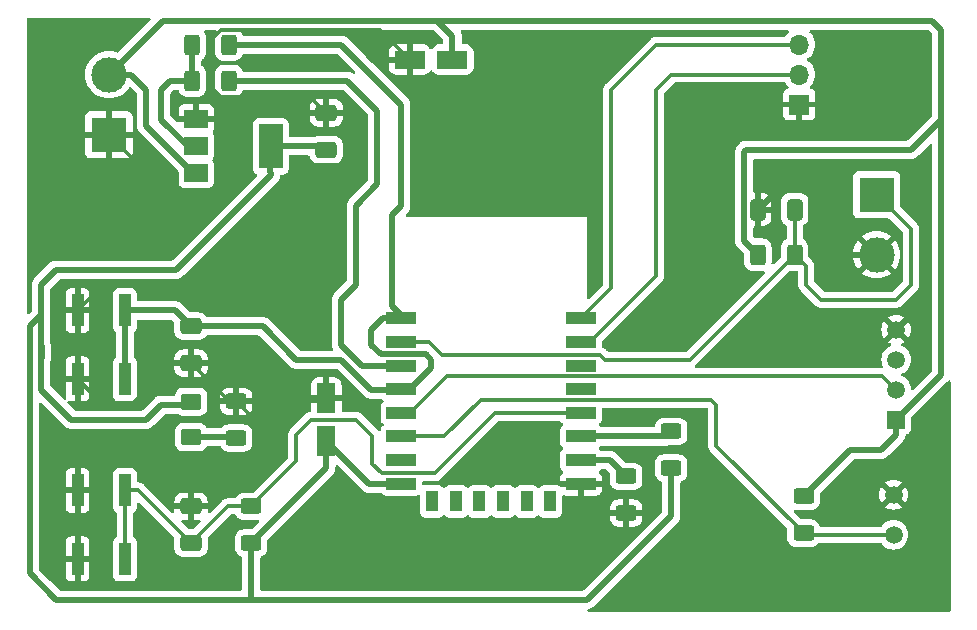
<source format=gbr>
%TF.GenerationSoftware,KiCad,Pcbnew,7.0.5*%
%TF.CreationDate,2023-07-13T16:05:46+07:00*%
%TF.ProjectId,pgs,7067732e-6b69-4636-9164-5f7063625858,rev?*%
%TF.SameCoordinates,Original*%
%TF.FileFunction,Copper,L1,Top*%
%TF.FilePolarity,Positive*%
%FSLAX46Y46*%
G04 Gerber Fmt 4.6, Leading zero omitted, Abs format (unit mm)*
G04 Created by KiCad (PCBNEW 7.0.5) date 2023-07-13 16:05:46*
%MOMM*%
%LPD*%
G01*
G04 APERTURE LIST*
G04 Aperture macros list*
%AMRoundRect*
0 Rectangle with rounded corners*
0 $1 Rounding radius*
0 $2 $3 $4 $5 $6 $7 $8 $9 X,Y pos of 4 corners*
0 Add a 4 corners polygon primitive as box body*
4,1,4,$2,$3,$4,$5,$6,$7,$8,$9,$2,$3,0*
0 Add four circle primitives for the rounded corners*
1,1,$1+$1,$2,$3*
1,1,$1+$1,$4,$5*
1,1,$1+$1,$6,$7*
1,1,$1+$1,$8,$9*
0 Add four rect primitives between the rounded corners*
20,1,$1+$1,$2,$3,$4,$5,0*
20,1,$1+$1,$4,$5,$6,$7,0*
20,1,$1+$1,$6,$7,$8,$9,0*
20,1,$1+$1,$8,$9,$2,$3,0*%
G04 Aperture macros list end*
%TA.AperFunction,SMDPad,CuDef*%
%ADD10RoundRect,0.250000X-0.650000X0.412500X-0.650000X-0.412500X0.650000X-0.412500X0.650000X0.412500X0*%
%TD*%
%TA.AperFunction,ComponentPad*%
%ADD11R,1.700000X1.700000*%
%TD*%
%TA.AperFunction,ComponentPad*%
%ADD12O,1.700000X1.700000*%
%TD*%
%TA.AperFunction,SMDPad,CuDef*%
%ADD13RoundRect,0.250000X1.050000X0.550000X-1.050000X0.550000X-1.050000X-0.550000X1.050000X-0.550000X0*%
%TD*%
%TA.AperFunction,SMDPad,CuDef*%
%ADD14RoundRect,0.250000X-0.400000X-0.625000X0.400000X-0.625000X0.400000X0.625000X-0.400000X0.625000X0*%
%TD*%
%TA.AperFunction,SMDPad,CuDef*%
%ADD15RoundRect,0.250000X0.625000X-0.400000X0.625000X0.400000X-0.625000X0.400000X-0.625000X-0.400000X0*%
%TD*%
%TA.AperFunction,SMDPad,CuDef*%
%ADD16RoundRect,0.250000X-0.625000X0.400000X-0.625000X-0.400000X0.625000X-0.400000X0.625000X0.400000X0*%
%TD*%
%TA.AperFunction,SMDPad,CuDef*%
%ADD17R,2.000000X1.500000*%
%TD*%
%TA.AperFunction,SMDPad,CuDef*%
%ADD18R,2.000000X3.800000*%
%TD*%
%TA.AperFunction,SMDPad,CuDef*%
%ADD19R,2.500000X1.000000*%
%TD*%
%TA.AperFunction,SMDPad,CuDef*%
%ADD20R,1.000000X1.800000*%
%TD*%
%TA.AperFunction,ComponentPad*%
%ADD21R,3.000000X3.000000*%
%TD*%
%TA.AperFunction,ComponentPad*%
%ADD22C,3.000000*%
%TD*%
%TA.AperFunction,SMDPad,CuDef*%
%ADD23R,1.000000X2.800000*%
%TD*%
%TA.AperFunction,SMDPad,CuDef*%
%ADD24RoundRect,0.250000X-0.412500X-0.650000X0.412500X-0.650000X0.412500X0.650000X-0.412500X0.650000X0*%
%TD*%
%TA.AperFunction,ComponentPad*%
%ADD25C,0.600000*%
%TD*%
%TA.AperFunction,ComponentPad*%
%ADD26C,1.500000*%
%TD*%
%TA.AperFunction,SMDPad,CuDef*%
%ADD27RoundRect,0.250000X0.550000X-1.050000X0.550000X1.050000X-0.550000X1.050000X-0.550000X-1.050000X0*%
%TD*%
%TA.AperFunction,SMDPad,CuDef*%
%ADD28RoundRect,0.250001X0.624999X-0.462499X0.624999X0.462499X-0.624999X0.462499X-0.624999X-0.462499X0*%
%TD*%
%TA.AperFunction,SMDPad,CuDef*%
%ADD29RoundRect,0.250000X0.650000X-0.412500X0.650000X0.412500X-0.650000X0.412500X-0.650000X-0.412500X0*%
%TD*%
%TA.AperFunction,ComponentPad*%
%ADD30R,1.500000X1.500000*%
%TD*%
%TA.AperFunction,ViaPad*%
%ADD31C,0.800000*%
%TD*%
%TA.AperFunction,Conductor*%
%ADD32C,0.550000*%
%TD*%
%TA.AperFunction,Conductor*%
%ADD33C,0.350000*%
%TD*%
G04 APERTURE END LIST*
%TA.AperFunction,EtchedComponent*%
%TO.C,NT1*%
G36*
X79040000Y-77400000D02*
G01*
X78440000Y-77400000D01*
X78440000Y-76200000D01*
X79040000Y-76200000D01*
X79040000Y-77400000D01*
G37*
%TD.AperFunction*%
%TD*%
D10*
%TO.P,C2,1*%
%TO.N,GND*%
X91420000Y-89877500D03*
%TO.P,C2,2*%
%TO.N,/FLASH*%
X91420000Y-93002500D03*
%TD*%
D11*
%TO.P,J1,1,Pin_1*%
%TO.N,GND*%
X142920000Y-55865000D03*
D12*
%TO.P,J1,2,Pin_2*%
%TO.N,/RX*%
X142920000Y-53325000D03*
%TO.P,J1,3,Pin_3*%
%TO.N,/TX*%
X142920000Y-50785000D03*
%TD*%
D13*
%TO.P,C4,1*%
%TO.N,VCC*%
X113560000Y-52070000D03*
%TO.P,C4,2*%
%TO.N,GND*%
X109960000Y-52070000D03*
%TD*%
D14*
%TO.P,R1,1*%
%TO.N,/VIN*%
X91530000Y-53857500D03*
%TO.P,R1,2*%
%TO.N,/EN_VIN*%
X94630000Y-53857500D03*
%TD*%
D15*
%TO.P,R7,1*%
%TO.N,/LDR_SENSOR*%
X143285000Y-92150000D03*
%TO.P,R7,2*%
%TO.N,VCC*%
X143285000Y-89050000D03*
%TD*%
D16*
%TO.P,R4,1*%
%TO.N,/FLASH_PIN_2*%
X132080000Y-83540000D03*
%TO.P,R4,2*%
%TO.N,/VIN*%
X132080000Y-86640000D03*
%TD*%
D17*
%TO.P,U2,1,GND*%
%TO.N,GND*%
X91880000Y-57095000D03*
%TO.P,U2,2,VO*%
%TO.N,/VIN*%
X91880000Y-59395000D03*
D18*
X98180000Y-59395000D03*
D17*
%TO.P,U2,3,VI*%
%TO.N,VCC*%
X91880000Y-61695000D03*
%TD*%
D19*
%TO.P,U1,22,GPIO1/TXD*%
%TO.N,/TX*%
X124440000Y-73970000D03*
%TO.P,U1,21,GPIO3/RXD*%
%TO.N,/RX*%
X124440000Y-75970000D03*
%TO.P,U1,20,GPIO5*%
%TO.N,unconnected-(U1-GPIO5-Pad20)*%
X124440000Y-77970000D03*
%TO.P,U1,19,GPIO4*%
%TO.N,unconnected-(U1-GPIO4-Pad19)*%
X124440000Y-79970000D03*
%TO.P,U1,18,GPIO0*%
%TO.N,/FLASH*%
X124440000Y-81970000D03*
%TO.P,U1,17,GPIO2*%
%TO.N,/FLASH_PIN_2*%
X124440000Y-83970000D03*
%TO.P,U1,16,GPIO15*%
%TO.N,/FLASH_PIN_15*%
X124440000Y-85970000D03*
%TO.P,U1,15,GND*%
%TO.N,GND*%
X124440000Y-87970000D03*
D20*
%TO.P,U1,14,SCLK*%
%TO.N,unconnected-(U1-SCLK-Pad14)*%
X121840000Y-89470000D03*
%TO.P,U1,13,MOSI*%
%TO.N,unconnected-(U1-MOSI-Pad13)*%
X119840000Y-89470000D03*
%TO.P,U1,12,GPIO10*%
%TO.N,unconnected-(U1-GPIO10-Pad12)*%
X117840000Y-89470000D03*
%TO.P,U1,11,GPIO9*%
%TO.N,unconnected-(U1-GPIO9-Pad11)*%
X115840000Y-89470000D03*
%TO.P,U1,10,MISO*%
%TO.N,unconnected-(U1-MISO-Pad10)*%
X113840000Y-89470000D03*
%TO.P,U1,9,CS0*%
%TO.N,unconnected-(U1-CS0-Pad9)*%
X111840000Y-89470000D03*
D19*
%TO.P,U1,8,VCC*%
%TO.N,/VIN*%
X109240000Y-87970000D03*
%TO.P,U1,7,GPIO13*%
%TO.N,unconnected-(U1-GPIO13-Pad7)*%
X109240000Y-85970000D03*
%TO.P,U1,6,GPIO12*%
%TO.N,/LDR_SENSOR*%
X109240000Y-83970000D03*
%TO.P,U1,5,GPIO14*%
%TO.N,/DHT11*%
X109240000Y-81970000D03*
%TO.P,U1,4,GPIO16*%
%TO.N,/RESET*%
X109240000Y-79970000D03*
%TO.P,U1,3,EN*%
%TO.N,/EN_VIN*%
X109240000Y-77970000D03*
%TO.P,U1,2,ADC*%
%TO.N,/SOIL_SENSOR*%
X109240000Y-75970000D03*
%TO.P,U1,1,~{RST}*%
%TO.N,/RESET*%
X109240000Y-73970000D03*
%TD*%
D16*
%TO.P,R3,1*%
%TO.N,/FLASH_PIN_15*%
X128270000Y-87350000D03*
%TO.P,R3,2*%
%TO.N,GND*%
X128270000Y-90450000D03*
%TD*%
%TO.P,R6,1*%
%TO.N,GND*%
X95250000Y-81000000D03*
%TO.P,R6,2*%
%TO.N,/LED_GND*%
X95250000Y-84100000D03*
%TD*%
D21*
%TO.P,J3,1,Pin_1*%
%TO.N,GND*%
X84470000Y-58420000D03*
D22*
%TO.P,J3,2,Pin_2*%
%TO.N,VCC*%
X84470000Y-53340000D03*
%TD*%
D23*
%TO.P,SW1,1*%
%TO.N,/RESET*%
X85820000Y-73300000D03*
X85820000Y-79100000D03*
%TO.P,SW1,2*%
%TO.N,GND*%
X81820000Y-73300000D03*
X81820000Y-79100000D03*
%TD*%
%TO.P,SW2,1*%
%TO.N,/FLASH*%
X85820000Y-88540000D03*
X85820000Y-94340000D03*
%TO.P,SW2,2*%
%TO.N,GND*%
X81820000Y-88540000D03*
X81820000Y-94340000D03*
%TD*%
D16*
%TO.P,R5,1*%
%TO.N,/FLASH*%
X96520000Y-89890000D03*
%TO.P,R5,2*%
%TO.N,/VIN*%
X96520000Y-92990000D03*
%TD*%
D14*
%TO.P,R2,1*%
%TO.N,/VIN*%
X91530000Y-50800000D03*
%TO.P,R2,2*%
%TO.N,/RESET*%
X94630000Y-50800000D03*
%TD*%
D24*
%TO.P,C6,1*%
%TO.N,GND*%
X139407500Y-64770000D03*
%TO.P,C6,2*%
%TO.N,/SOIL_SENSOR*%
X142532500Y-64770000D03*
%TD*%
D25*
%TO.P,NT1,1,1*%
%TO.N,/VIN*%
X78740000Y-76200000D03*
%TO.P,NT1,2,2*%
%TO.N,/LED*%
X78740000Y-77400000D03*
%TD*%
D21*
%TO.P,J2,1,Pin_1*%
%TO.N,/SOIL_SENSOR*%
X149470000Y-63500000D03*
D22*
%TO.P,J2,2,Pin_2*%
%TO.N,GND*%
X149470000Y-68580000D03*
%TD*%
D26*
%TO.P,R8,1*%
%TO.N,/LDR_SENSOR*%
X150905000Y-92300000D03*
%TO.P,R8,2*%
%TO.N,GND*%
X150905000Y-88900000D03*
%TD*%
D27*
%TO.P,C5,1*%
%TO.N,/VIN*%
X102870000Y-84350000D03*
%TO.P,C5,2*%
%TO.N,GND*%
X102870000Y-80750000D03*
%TD*%
D28*
%TO.P,D1,1,K*%
%TO.N,/LED_GND*%
X91440000Y-84015000D03*
%TO.P,D1,2,A*%
%TO.N,/LED*%
X91440000Y-81040000D03*
%TD*%
D29*
%TO.P,C1,1*%
%TO.N,/VIN*%
X102870000Y-59690000D03*
%TO.P,C1,2*%
%TO.N,GND*%
X102870000Y-56565000D03*
%TD*%
%TO.P,C3,1*%
%TO.N,GND*%
X91420000Y-77762500D03*
%TO.P,C3,2*%
%TO.N,/RESET*%
X91420000Y-74637500D03*
%TD*%
D30*
%TO.P,U3,1,VCC*%
%TO.N,VCC*%
X151130000Y-82550000D03*
D26*
%TO.P,U3,2,IO*%
%TO.N,/DHT11*%
X151130000Y-80010000D03*
%TO.P,U3,3,NC*%
%TO.N,unconnected-(U3-NC-Pad3)*%
X151130000Y-77470000D03*
%TO.P,U3,4,GND*%
%TO.N,GND*%
X151130000Y-74930000D03*
%TD*%
D14*
%TO.P,R9,2*%
%TO.N,/SOIL_SENSOR*%
X142520000Y-68580000D03*
%TO.P,R9,1*%
%TO.N,VCC*%
X139420000Y-68580000D03*
%TD*%
D31*
%TO.N,/VIN*%
X91440000Y-59690000D03*
X97790000Y-59690000D03*
%TD*%
D32*
%TO.N,/RESET*%
X107640000Y-73970000D02*
X109240000Y-73970000D01*
X106680000Y-74930000D02*
X107640000Y-73970000D01*
X106680000Y-76200000D02*
X106680000Y-74930000D01*
X107475000Y-76995000D02*
X106680000Y-76200000D01*
X111285000Y-76995000D02*
X107475000Y-76995000D01*
X111760000Y-77470000D02*
X111285000Y-76995000D01*
X111760000Y-78200000D02*
X111760000Y-77470000D01*
X109990000Y-79970000D02*
X111760000Y-78200000D01*
X109240000Y-79970000D02*
X109990000Y-79970000D01*
%TO.N,/EN_VIN*%
X105410000Y-64419238D02*
X107200000Y-62629238D01*
X107200000Y-56400000D02*
X104657500Y-53857500D01*
X104140000Y-72390000D02*
X105410000Y-71120000D01*
X107200000Y-62629238D02*
X107200000Y-56400000D01*
X104657500Y-53857500D02*
X94630000Y-53857500D01*
X104140000Y-76200000D02*
X104140000Y-72390000D01*
X105910000Y-77970000D02*
X104140000Y-76200000D01*
X109240000Y-77970000D02*
X105910000Y-77970000D01*
X105410000Y-71120000D02*
X105410000Y-64419238D01*
%TO.N,/RESET*%
X106680000Y-80010000D02*
X109220000Y-80010000D01*
X104140000Y-77470000D02*
X106680000Y-80010000D01*
X100330000Y-77470000D02*
X104140000Y-77470000D01*
X109220000Y-80010000D02*
X109240000Y-79970000D01*
X97497500Y-74637500D02*
X100330000Y-77470000D01*
X91420000Y-74637500D02*
X97497500Y-74637500D01*
X108445000Y-72885000D02*
X109220000Y-73660000D01*
X109220000Y-55880000D02*
X109220000Y-64461090D01*
X109220000Y-64461090D02*
X108445000Y-65236090D01*
X104140000Y-50800000D02*
X109220000Y-55880000D01*
X94630000Y-50800000D02*
X104140000Y-50800000D01*
X108445000Y-65236090D02*
X108445000Y-72885000D01*
D33*
%TO.N,GND*%
X105117500Y-56565000D02*
X102870000Y-56565000D01*
X106030000Y-57477500D02*
X105117500Y-56565000D01*
X104140000Y-63500000D02*
X106030000Y-61610000D01*
X100330000Y-63500000D02*
X104140000Y-63500000D01*
X92710000Y-71120000D02*
X100330000Y-63500000D01*
X84000000Y-71120000D02*
X92710000Y-71120000D01*
X106030000Y-61610000D02*
X106030000Y-57477500D01*
X81820000Y-73300000D02*
X84000000Y-71120000D01*
%TO.N,/SOIL_SENSOR*%
X111530000Y-75970000D02*
X109240000Y-75970000D01*
X126440000Y-77470000D02*
X126065000Y-77095000D01*
X126065000Y-77095000D02*
X112655000Y-77095000D01*
X133630000Y-77470000D02*
X126440000Y-77470000D01*
X142520000Y-68580000D02*
X133630000Y-77470000D01*
X112655000Y-77095000D02*
X111530000Y-75970000D01*
D32*
%TO.N,/VIN*%
X91440000Y-59690000D02*
X91145000Y-59395000D01*
X97790000Y-59690000D02*
X98180000Y-59395000D01*
D33*
%TO.N,/FLASH*%
X117190000Y-81970000D02*
X124440000Y-81970000D01*
X112065000Y-87095000D02*
X117190000Y-81970000D01*
X106780000Y-83920000D02*
X106780000Y-86260000D01*
X101600000Y-82550000D02*
X105410000Y-82550000D01*
X100330000Y-83820000D02*
X101600000Y-82550000D01*
X100330000Y-86080000D02*
X100330000Y-83820000D01*
X105410000Y-82550000D02*
X106780000Y-83920000D01*
X96520000Y-89890000D02*
X100330000Y-86080000D01*
X106780000Y-86260000D02*
X107615000Y-87095000D01*
X107615000Y-87095000D02*
X112065000Y-87095000D01*
%TO.N,GND*%
X102620000Y-81000000D02*
X95250000Y-81000000D01*
X102870000Y-80750000D02*
X102620000Y-81000000D01*
D32*
%TO.N,/VIN*%
X102870000Y-86640000D02*
X102870000Y-84350000D01*
X96520000Y-92990000D02*
X102870000Y-86640000D01*
D33*
%TO.N,GND*%
X99060000Y-84810000D02*
X95250000Y-81000000D01*
X97260000Y-87630000D02*
X99060000Y-85830000D01*
X99060000Y-85830000D02*
X99060000Y-84810000D01*
X91440000Y-87630000D02*
X97260000Y-87630000D01*
X91420000Y-89877500D02*
X91420000Y-87650000D01*
X91420000Y-87650000D02*
X91440000Y-87630000D01*
D32*
%TO.N,/VIN*%
X78740000Y-76200000D02*
X78740000Y-73660000D01*
X77770000Y-82850000D02*
X77770000Y-74630000D01*
X77770000Y-74630000D02*
X78740000Y-73660000D01*
X80010000Y-97790000D02*
X77770000Y-95550000D01*
X132080000Y-86640000D02*
X132080000Y-90700152D01*
X132080000Y-90700152D02*
X124990152Y-97790000D01*
X78740000Y-73660000D02*
X78740000Y-71120000D01*
X98180000Y-61840000D02*
X97790000Y-59690000D01*
X78740000Y-71120000D02*
X80010000Y-69850000D01*
X80010000Y-69850000D02*
X90170000Y-69850000D01*
X91440000Y-68580000D02*
X98180000Y-61840000D01*
X90170000Y-69850000D02*
X91440000Y-68580000D01*
X96520000Y-97790000D02*
X80010000Y-97790000D01*
X96520000Y-97790000D02*
X96520000Y-92990000D01*
X124990152Y-97790000D02*
X96520000Y-97790000D01*
X77770000Y-86360000D02*
X77770000Y-82850000D01*
X77770000Y-95550000D02*
X77770000Y-86360000D01*
X106490000Y-87970000D02*
X109240000Y-87970000D01*
X102870000Y-84350000D02*
X106490000Y-87970000D01*
%TO.N,/LED_GND*%
X95165000Y-84015000D02*
X95250000Y-84100000D01*
X91440000Y-84015000D02*
X95165000Y-84015000D01*
D33*
%TO.N,/FLASH*%
X94532500Y-89890000D02*
X96520000Y-89890000D01*
X91420000Y-93002500D02*
X94532500Y-89890000D01*
X86957500Y-88540000D02*
X91420000Y-93002500D01*
X85820000Y-88540000D02*
X86957500Y-88540000D01*
X85820000Y-94340000D02*
X85820000Y-88540000D01*
%TO.N,GND*%
X91880000Y-57095000D02*
X94655000Y-57095000D01*
X96520000Y-55230000D02*
X93980000Y-55230000D01*
X101535000Y-55230000D02*
X96520000Y-55230000D01*
X94655000Y-57095000D02*
X96520000Y-55230000D01*
X107440000Y-49550000D02*
X109960000Y-52070000D01*
X93960000Y-49550000D02*
X107440000Y-49550000D01*
X93227748Y-50282252D02*
X93960000Y-49550000D01*
X93227748Y-54477748D02*
X93227748Y-50282252D01*
X93980000Y-55230000D02*
X93227748Y-54477748D01*
X102870000Y-56565000D02*
X101535000Y-55230000D01*
D32*
%TO.N,/VIN*%
X102575000Y-59395000D02*
X98180000Y-59395000D01*
X102870000Y-59690000D02*
X102575000Y-59395000D01*
D33*
%TO.N,GND*%
X81820000Y-79100000D02*
X81820000Y-73300000D01*
X84000000Y-81280000D02*
X81820000Y-79100000D01*
X86360000Y-81280000D02*
X84000000Y-81280000D01*
X89877500Y-77762500D02*
X86360000Y-81280000D01*
X91420000Y-77762500D02*
X89877500Y-77762500D01*
X94657500Y-81000000D02*
X91420000Y-77762500D01*
X89550000Y-63500000D02*
X84470000Y-58420000D01*
X93980000Y-57150000D02*
X93980000Y-63500000D01*
X93925000Y-57095000D02*
X93980000Y-57150000D01*
X91880000Y-57095000D02*
X93925000Y-57095000D01*
X93980000Y-63500000D02*
X89550000Y-63500000D01*
D32*
%TO.N,/RESET*%
X109220000Y-73950000D02*
X109240000Y-73970000D01*
X109220000Y-73660000D02*
X109220000Y-73950000D01*
%TO.N,/VIN*%
X91880000Y-59395000D02*
X91440000Y-59690000D01*
X89652500Y-53857500D02*
X91530000Y-53857500D01*
X88900000Y-54610000D02*
X89652500Y-53857500D01*
X88900000Y-57150000D02*
X88900000Y-54610000D01*
X91145000Y-59395000D02*
X88900000Y-57150000D01*
X91530000Y-50800000D02*
X91530000Y-53857500D01*
%TO.N,VCC*%
X154940000Y-78740000D02*
X154940000Y-57150000D01*
X151130000Y-82550000D02*
X154940000Y-78740000D01*
X154195000Y-48785000D02*
X112285000Y-48785000D01*
X154940000Y-49530000D02*
X154195000Y-48785000D01*
X154940000Y-57150000D02*
X154940000Y-49530000D01*
X152400000Y-59690000D02*
X154940000Y-57150000D01*
X138430000Y-59690000D02*
X152400000Y-59690000D01*
X138270000Y-59850000D02*
X138430000Y-59690000D01*
X138270000Y-67430000D02*
X138270000Y-59850000D01*
X139420000Y-68580000D02*
X138270000Y-67430000D01*
X89025000Y-48785000D02*
X84470000Y-53340000D01*
X112285000Y-48785000D02*
X89025000Y-48785000D01*
X113560000Y-50060000D02*
X112285000Y-48785000D01*
X113560000Y-52070000D02*
X113560000Y-50060000D01*
X151130000Y-83820000D02*
X151130000Y-82550000D01*
D33*
%TO.N,/RX*%
X130810000Y-70350000D02*
X125190000Y-75970000D01*
X125190000Y-75970000D02*
X124440000Y-75970000D01*
X132095000Y-53325000D02*
X130810000Y-54610000D01*
X142920000Y-53325000D02*
X132095000Y-53325000D01*
X130810000Y-54610000D02*
X130810000Y-70350000D01*
%TO.N,/TX*%
X130825000Y-50785000D02*
X142920000Y-50785000D01*
X127000000Y-71410000D02*
X127000000Y-54610000D01*
X124440000Y-73970000D02*
X127000000Y-71410000D01*
X127000000Y-54610000D02*
X130825000Y-50785000D01*
%TO.N,/SOIL_SENSOR*%
X143510000Y-71120000D02*
X143510000Y-69570000D01*
X144780000Y-72390000D02*
X143510000Y-71120000D01*
X151130000Y-72390000D02*
X144780000Y-72390000D01*
X152400000Y-71120000D02*
X151130000Y-72390000D01*
X152400000Y-66430000D02*
X152400000Y-71120000D01*
X149470000Y-63500000D02*
X152400000Y-66430000D01*
X143510000Y-69570000D02*
X142520000Y-68580000D01*
D32*
%TO.N,GND*%
X143510000Y-62230000D02*
X141947500Y-62230000D01*
X141947500Y-62230000D02*
X139407500Y-64770000D01*
X144780000Y-63500000D02*
X143510000Y-62230000D01*
X144780000Y-67310000D02*
X144780000Y-63500000D01*
X146050000Y-68580000D02*
X144780000Y-67310000D01*
X149470000Y-68580000D02*
X146050000Y-68580000D01*
D33*
%TO.N,/SOIL_SENSOR*%
X142532500Y-68567500D02*
X142520000Y-68580000D01*
X142532500Y-64770000D02*
X142532500Y-68567500D01*
D32*
%TO.N,/FLASH_PIN_2*%
X132080000Y-83540000D02*
X131650000Y-83970000D01*
X131650000Y-83970000D02*
X124440000Y-83970000D01*
D33*
%TO.N,/LDR_SENSOR*%
X112880000Y-83970000D02*
X109240000Y-83970000D01*
X135890000Y-81280000D02*
X135455000Y-80845000D01*
X135455000Y-80845000D02*
X116005000Y-80845000D01*
X135890000Y-84755000D02*
X135890000Y-81280000D01*
X116005000Y-80845000D02*
X112880000Y-83970000D01*
X143285000Y-92150000D02*
X135890000Y-84755000D01*
D32*
%TO.N,/FLASH_PIN_15*%
X126890000Y-85970000D02*
X128270000Y-87350000D01*
X124440000Y-85970000D02*
X126890000Y-85970000D01*
%TO.N,VCC*%
X149860000Y-85090000D02*
X151130000Y-83820000D01*
X147245000Y-85090000D02*
X149860000Y-85090000D01*
X143285000Y-89050000D02*
X147245000Y-85090000D01*
D33*
%TO.N,/LDR_SENSOR*%
X143435000Y-92300000D02*
X143285000Y-92150000D01*
X150905000Y-92300000D02*
X143435000Y-92300000D01*
%TO.N,/DHT11*%
X109990000Y-81970000D02*
X109240000Y-81970000D01*
X113115000Y-78845000D02*
X109990000Y-81970000D01*
X149965000Y-78845000D02*
X113115000Y-78845000D01*
X151130000Y-80010000D02*
X149965000Y-78845000D01*
D32*
%TO.N,/LED*%
X91200000Y-81280000D02*
X91440000Y-81040000D01*
X87630000Y-82550000D02*
X88900000Y-81280000D01*
X81280000Y-82550000D02*
X87630000Y-82550000D01*
X78740000Y-80010000D02*
X81280000Y-82550000D01*
X78740000Y-77400000D02*
X78740000Y-80010000D01*
X88900000Y-81280000D02*
X91200000Y-81280000D01*
%TO.N,/RESET*%
X90082500Y-73300000D02*
X85820000Y-73300000D01*
X91420000Y-74637500D02*
X90082500Y-73300000D01*
X85820000Y-73300000D02*
X85820000Y-79100000D01*
%TO.N,VCC*%
X87630000Y-54610000D02*
X86360000Y-53340000D01*
X86360000Y-53340000D02*
X84470000Y-53340000D01*
X87630000Y-57695000D02*
X87630000Y-54610000D01*
X91630000Y-61695000D02*
X87630000Y-57695000D01*
X91880000Y-61695000D02*
X91630000Y-61695000D01*
%TD*%
%TA.AperFunction,Conductor*%
%TO.N,GND*%
G36*
X155653834Y-79225403D02*
G01*
X155709767Y-79267275D01*
X155734184Y-79332739D01*
X155734500Y-79341585D01*
X155734500Y-98685500D01*
X155714815Y-98752539D01*
X155662011Y-98798294D01*
X155610500Y-98809500D01*
X125109025Y-98809500D01*
X125041986Y-98789815D01*
X124996231Y-98737011D01*
X124986287Y-98667853D01*
X125015312Y-98604297D01*
X125074090Y-98566523D01*
X125081430Y-98564610D01*
X125091885Y-98562223D01*
X125116869Y-98556520D01*
X125123705Y-98555359D01*
X125163809Y-98550841D01*
X125201891Y-98537514D01*
X125208564Y-98535591D01*
X125247904Y-98526613D01*
X125284270Y-98509099D01*
X125290671Y-98506448D01*
X125328758Y-98493122D01*
X125362915Y-98471658D01*
X125368997Y-98468297D01*
X125405354Y-98450790D01*
X125436908Y-98425625D01*
X125442566Y-98421611D01*
X125476728Y-98400147D01*
X125600299Y-98276576D01*
X125600299Y-98276574D01*
X125610507Y-98266367D01*
X125610508Y-98266364D01*
X132659157Y-91217718D01*
X132694941Y-91181934D01*
X132697812Y-91174528D01*
X132711621Y-91152549D01*
X132715623Y-91146911D01*
X132740790Y-91115354D01*
X132758297Y-91078997D01*
X132761661Y-91072911D01*
X132783122Y-91038758D01*
X132796448Y-91000671D01*
X132799099Y-90994270D01*
X132816613Y-90957904D01*
X132825591Y-90918564D01*
X132827514Y-90911893D01*
X132829159Y-90907191D01*
X132840841Y-90873809D01*
X132845358Y-90833708D01*
X132846522Y-90826861D01*
X132849504Y-90813797D01*
X132855500Y-90787530D01*
X132855500Y-90612774D01*
X132855500Y-90612773D01*
X132855500Y-87870300D01*
X132875185Y-87803261D01*
X132927989Y-87757506D01*
X132940482Y-87752599D01*
X133024334Y-87724814D01*
X133173656Y-87632712D01*
X133297712Y-87508656D01*
X133389814Y-87359334D01*
X133444999Y-87192797D01*
X133455500Y-87090009D01*
X133455499Y-86189992D01*
X133454459Y-86179815D01*
X133444999Y-86087203D01*
X133444998Y-86087200D01*
X133444207Y-86084813D01*
X133389814Y-85920666D01*
X133297712Y-85771344D01*
X133173656Y-85647288D01*
X133059008Y-85576573D01*
X133024336Y-85555187D01*
X133024331Y-85555185D01*
X133022862Y-85554698D01*
X132857797Y-85500001D01*
X132857795Y-85500000D01*
X132755010Y-85489500D01*
X131404998Y-85489500D01*
X131404981Y-85489501D01*
X131302203Y-85500000D01*
X131302200Y-85500001D01*
X131135668Y-85555185D01*
X131135663Y-85555187D01*
X130986342Y-85647289D01*
X130862289Y-85771342D01*
X130770187Y-85920663D01*
X130770185Y-85920666D01*
X130770186Y-85920666D01*
X130715001Y-86087203D01*
X130715001Y-86087204D01*
X130715000Y-86087204D01*
X130704500Y-86189983D01*
X130704500Y-87090001D01*
X130704501Y-87090019D01*
X130715000Y-87192796D01*
X130715001Y-87192799D01*
X130770185Y-87359331D01*
X130770186Y-87359334D01*
X130862288Y-87508656D01*
X130986344Y-87632712D01*
X131135666Y-87724814D01*
X131219505Y-87752595D01*
X131276948Y-87792366D01*
X131303772Y-87856882D01*
X131304500Y-87870300D01*
X131304500Y-90327567D01*
X131284815Y-90394606D01*
X131268181Y-90415248D01*
X124705249Y-96978181D01*
X124643926Y-97011666D01*
X124617568Y-97014500D01*
X97419500Y-97014500D01*
X97352461Y-96994815D01*
X97306706Y-96942011D01*
X97295500Y-96890500D01*
X97295500Y-94220300D01*
X97315185Y-94153261D01*
X97367989Y-94107506D01*
X97380482Y-94102599D01*
X97464334Y-94074814D01*
X97613656Y-93982712D01*
X97737712Y-93858656D01*
X97829814Y-93709334D01*
X97884999Y-93542797D01*
X97895500Y-93440009D01*
X97895499Y-92762582D01*
X97915183Y-92695544D01*
X97931813Y-92674907D01*
X103356573Y-87250148D01*
X103356576Y-87250147D01*
X103480147Y-87126576D01*
X103501611Y-87092414D01*
X103505625Y-87086756D01*
X103530790Y-87055202D01*
X103548297Y-87018845D01*
X103551661Y-87012759D01*
X103573122Y-86978606D01*
X103586448Y-86940519D01*
X103589099Y-86934118D01*
X103606613Y-86897752D01*
X103615591Y-86858412D01*
X103617514Y-86851741D01*
X103619159Y-86847039D01*
X103630841Y-86813657D01*
X103635358Y-86773556D01*
X103636522Y-86766709D01*
X103636870Y-86765185D01*
X103645500Y-86727378D01*
X103645500Y-86552622D01*
X103645500Y-86521584D01*
X103665185Y-86454545D01*
X103717989Y-86408790D01*
X103787147Y-86398846D01*
X103850703Y-86427871D01*
X103857181Y-86433903D01*
X105877510Y-88454232D01*
X105877520Y-88454243D01*
X105879852Y-88456575D01*
X105879853Y-88456576D01*
X106003424Y-88580147D01*
X106037585Y-88601612D01*
X106043254Y-88605635D01*
X106074798Y-88630790D01*
X106111155Y-88648298D01*
X106117235Y-88651658D01*
X106151394Y-88673122D01*
X106189470Y-88686445D01*
X106195896Y-88689107D01*
X106232248Y-88706613D01*
X106271591Y-88715592D01*
X106278255Y-88717512D01*
X106316343Y-88730841D01*
X106356433Y-88735357D01*
X106363291Y-88736523D01*
X106376335Y-88739500D01*
X106402622Y-88745500D01*
X106446448Y-88745500D01*
X107508965Y-88745500D01*
X107576004Y-88765185D01*
X107608232Y-88795190D01*
X107632449Y-88827541D01*
X107632452Y-88827544D01*
X107632454Y-88827546D01*
X107632457Y-88827548D01*
X107747664Y-88913793D01*
X107747671Y-88913797D01*
X107882517Y-88964091D01*
X107882516Y-88964091D01*
X107888507Y-88964735D01*
X107942127Y-88970500D01*
X110537872Y-88970499D01*
X110597483Y-88964091D01*
X110672169Y-88936234D01*
X110741857Y-88931251D01*
X110803181Y-88964735D01*
X110836666Y-89026058D01*
X110839500Y-89052417D01*
X110839500Y-90417870D01*
X110839501Y-90417876D01*
X110845908Y-90477483D01*
X110896202Y-90612328D01*
X110896206Y-90612335D01*
X110982452Y-90727544D01*
X110982455Y-90727547D01*
X111097664Y-90813793D01*
X111097671Y-90813797D01*
X111232517Y-90864091D01*
X111232516Y-90864091D01*
X111239444Y-90864835D01*
X111292127Y-90870500D01*
X112387872Y-90870499D01*
X112447483Y-90864091D01*
X112582331Y-90813796D01*
X112697546Y-90727546D01*
X112740734Y-90669854D01*
X112796667Y-90627984D01*
X112866359Y-90623000D01*
X112927682Y-90656485D01*
X112939263Y-90669850D01*
X112982454Y-90727546D01*
X113024012Y-90758656D01*
X113097664Y-90813793D01*
X113097671Y-90813797D01*
X113232517Y-90864091D01*
X113232516Y-90864091D01*
X113239444Y-90864835D01*
X113292127Y-90870500D01*
X114387872Y-90870499D01*
X114447483Y-90864091D01*
X114582331Y-90813796D01*
X114697546Y-90727546D01*
X114740734Y-90669854D01*
X114796667Y-90627984D01*
X114866359Y-90623000D01*
X114927682Y-90656485D01*
X114939263Y-90669850D01*
X114982454Y-90727546D01*
X115024012Y-90758656D01*
X115097664Y-90813793D01*
X115097671Y-90813797D01*
X115232517Y-90864091D01*
X115232516Y-90864091D01*
X115239444Y-90864835D01*
X115292127Y-90870500D01*
X116387872Y-90870499D01*
X116447483Y-90864091D01*
X116582331Y-90813796D01*
X116697546Y-90727546D01*
X116740734Y-90669854D01*
X116796667Y-90627984D01*
X116866359Y-90623000D01*
X116927682Y-90656485D01*
X116939263Y-90669850D01*
X116982454Y-90727546D01*
X117024012Y-90758656D01*
X117097664Y-90813793D01*
X117097671Y-90813797D01*
X117232517Y-90864091D01*
X117232516Y-90864091D01*
X117239444Y-90864835D01*
X117292127Y-90870500D01*
X118387872Y-90870499D01*
X118447483Y-90864091D01*
X118582331Y-90813796D01*
X118697546Y-90727546D01*
X118740734Y-90669854D01*
X118796667Y-90627984D01*
X118866359Y-90623000D01*
X118927682Y-90656485D01*
X118939263Y-90669850D01*
X118982454Y-90727546D01*
X119024012Y-90758656D01*
X119097664Y-90813793D01*
X119097671Y-90813797D01*
X119232517Y-90864091D01*
X119232516Y-90864091D01*
X119239444Y-90864835D01*
X119292127Y-90870500D01*
X120387872Y-90870499D01*
X120447483Y-90864091D01*
X120582331Y-90813796D01*
X120697546Y-90727546D01*
X120740734Y-90669854D01*
X120796667Y-90627984D01*
X120866359Y-90623000D01*
X120927682Y-90656485D01*
X120939263Y-90669850D01*
X120982454Y-90727546D01*
X121024012Y-90758656D01*
X121097664Y-90813793D01*
X121097671Y-90813797D01*
X121232517Y-90864091D01*
X121232516Y-90864091D01*
X121239444Y-90864835D01*
X121292127Y-90870500D01*
X122387872Y-90870499D01*
X122447483Y-90864091D01*
X122582331Y-90813796D01*
X122697546Y-90727546D01*
X122718167Y-90700000D01*
X126895001Y-90700000D01*
X126895001Y-90899986D01*
X126905494Y-91002697D01*
X126960641Y-91169119D01*
X126960643Y-91169124D01*
X127052684Y-91318345D01*
X127176654Y-91442315D01*
X127325875Y-91534356D01*
X127325880Y-91534358D01*
X127492302Y-91589505D01*
X127492309Y-91589506D01*
X127595019Y-91599999D01*
X128019999Y-91599999D01*
X128020000Y-91599998D01*
X128020000Y-90700000D01*
X128519999Y-90700000D01*
X128519999Y-91599998D01*
X128520000Y-91599999D01*
X128944972Y-91599999D01*
X128944986Y-91599998D01*
X129047697Y-91589505D01*
X129214119Y-91534358D01*
X129214124Y-91534356D01*
X129363345Y-91442315D01*
X129487315Y-91318345D01*
X129579356Y-91169124D01*
X129579358Y-91169119D01*
X129634505Y-91002697D01*
X129634506Y-91002690D01*
X129644999Y-90899986D01*
X129645000Y-90899973D01*
X129645000Y-90700000D01*
X128519999Y-90700000D01*
X128020000Y-90700000D01*
X126895001Y-90700000D01*
X122718167Y-90700000D01*
X122783796Y-90612331D01*
X122834091Y-90477483D01*
X122840500Y-90417873D01*
X122840500Y-90200000D01*
X126895000Y-90200000D01*
X128019999Y-90200000D01*
X128019999Y-89300000D01*
X128519999Y-89300000D01*
X128519999Y-90199999D01*
X128520001Y-90200000D01*
X129644999Y-90200000D01*
X129644999Y-90000028D01*
X129644998Y-90000013D01*
X129634505Y-89897302D01*
X129579358Y-89730880D01*
X129579356Y-89730875D01*
X129487315Y-89581654D01*
X129363345Y-89457684D01*
X129214124Y-89365643D01*
X129214119Y-89365641D01*
X129047697Y-89310494D01*
X129047690Y-89310493D01*
X128944986Y-89300000D01*
X128519999Y-89300000D01*
X128019999Y-89300000D01*
X127595028Y-89300000D01*
X127595012Y-89300001D01*
X127492302Y-89310494D01*
X127325880Y-89365641D01*
X127325875Y-89365643D01*
X127176654Y-89457684D01*
X127052684Y-89581654D01*
X126960643Y-89730875D01*
X126960641Y-89730880D01*
X126905494Y-89897302D01*
X126905493Y-89897309D01*
X126895000Y-90000013D01*
X126895000Y-90200000D01*
X122840500Y-90200000D01*
X122840499Y-89051883D01*
X122860184Y-88984845D01*
X122912987Y-88939090D01*
X122982146Y-88929146D01*
X123007833Y-88935702D01*
X123082623Y-88963597D01*
X123082627Y-88963598D01*
X123142155Y-88969999D01*
X123142172Y-88970000D01*
X124190000Y-88970000D01*
X124190000Y-88220000D01*
X124690000Y-88220000D01*
X124690000Y-88970000D01*
X125737828Y-88970000D01*
X125737844Y-88969999D01*
X125797372Y-88963598D01*
X125797379Y-88963596D01*
X125932086Y-88913354D01*
X125932093Y-88913350D01*
X126047187Y-88827190D01*
X126047190Y-88827187D01*
X126133350Y-88712093D01*
X126133354Y-88712086D01*
X126183596Y-88577379D01*
X126183598Y-88577372D01*
X126189999Y-88517844D01*
X126190000Y-88517827D01*
X126190000Y-88220000D01*
X124690000Y-88220000D01*
X124190000Y-88220000D01*
X122748897Y-88220000D01*
X122681858Y-88200315D01*
X122674596Y-88195273D01*
X122582331Y-88126204D01*
X122582328Y-88126202D01*
X122447482Y-88075908D01*
X122447483Y-88075908D01*
X122387883Y-88069501D01*
X122387881Y-88069500D01*
X122387873Y-88069500D01*
X122387864Y-88069500D01*
X121292129Y-88069500D01*
X121292123Y-88069501D01*
X121232516Y-88075908D01*
X121097671Y-88126202D01*
X121097664Y-88126206D01*
X120982455Y-88212452D01*
X120939266Y-88270145D01*
X120883332Y-88312015D01*
X120813640Y-88316999D01*
X120752317Y-88283513D01*
X120740734Y-88270145D01*
X120703195Y-88220000D01*
X120697546Y-88212454D01*
X120697544Y-88212453D01*
X120697544Y-88212452D01*
X120582335Y-88126206D01*
X120582328Y-88126202D01*
X120447482Y-88075908D01*
X120447483Y-88075908D01*
X120387883Y-88069501D01*
X120387881Y-88069500D01*
X120387873Y-88069500D01*
X120387864Y-88069500D01*
X119292129Y-88069500D01*
X119292123Y-88069501D01*
X119232516Y-88075908D01*
X119097671Y-88126202D01*
X119097664Y-88126206D01*
X118982455Y-88212452D01*
X118939266Y-88270145D01*
X118883332Y-88312015D01*
X118813640Y-88316999D01*
X118752317Y-88283513D01*
X118740734Y-88270145D01*
X118703195Y-88220000D01*
X118697546Y-88212454D01*
X118697544Y-88212453D01*
X118697544Y-88212452D01*
X118582335Y-88126206D01*
X118582328Y-88126202D01*
X118447482Y-88075908D01*
X118447483Y-88075908D01*
X118387883Y-88069501D01*
X118387881Y-88069500D01*
X118387873Y-88069500D01*
X118387864Y-88069500D01*
X117292129Y-88069500D01*
X117292123Y-88069501D01*
X117232516Y-88075908D01*
X117097671Y-88126202D01*
X117097664Y-88126206D01*
X116982455Y-88212452D01*
X116939266Y-88270145D01*
X116883332Y-88312015D01*
X116813640Y-88316999D01*
X116752317Y-88283513D01*
X116740734Y-88270145D01*
X116703195Y-88220000D01*
X116697546Y-88212454D01*
X116697544Y-88212453D01*
X116697544Y-88212452D01*
X116582335Y-88126206D01*
X116582328Y-88126202D01*
X116447482Y-88075908D01*
X116447483Y-88075908D01*
X116387883Y-88069501D01*
X116387881Y-88069500D01*
X116387873Y-88069500D01*
X116387864Y-88069500D01*
X115292129Y-88069500D01*
X115292123Y-88069501D01*
X115232516Y-88075908D01*
X115097671Y-88126202D01*
X115097664Y-88126206D01*
X114982455Y-88212452D01*
X114939266Y-88270145D01*
X114883332Y-88312015D01*
X114813640Y-88316999D01*
X114752317Y-88283513D01*
X114740734Y-88270145D01*
X114703195Y-88220000D01*
X114697546Y-88212454D01*
X114697544Y-88212453D01*
X114697544Y-88212452D01*
X114582335Y-88126206D01*
X114582328Y-88126202D01*
X114447482Y-88075908D01*
X114447483Y-88075908D01*
X114387883Y-88069501D01*
X114387881Y-88069500D01*
X114387873Y-88069500D01*
X114387864Y-88069500D01*
X113292129Y-88069500D01*
X113292123Y-88069501D01*
X113232516Y-88075908D01*
X113097671Y-88126202D01*
X113097664Y-88126206D01*
X112982455Y-88212452D01*
X112939266Y-88270145D01*
X112883332Y-88312015D01*
X112813640Y-88316999D01*
X112752317Y-88283513D01*
X112740734Y-88270145D01*
X112703195Y-88220000D01*
X112697546Y-88212454D01*
X112697544Y-88212453D01*
X112697544Y-88212452D01*
X112582335Y-88126206D01*
X112582328Y-88126202D01*
X112447482Y-88075908D01*
X112447483Y-88075908D01*
X112387883Y-88069501D01*
X112387881Y-88069500D01*
X112387873Y-88069500D01*
X112387864Y-88069500D01*
X111292129Y-88069500D01*
X111292123Y-88069501D01*
X111232515Y-88075909D01*
X111157831Y-88103764D01*
X111088140Y-88108748D01*
X111026817Y-88075262D01*
X110993333Y-88013939D01*
X110990499Y-87987582D01*
X110990499Y-87894500D01*
X111010184Y-87827461D01*
X111062988Y-87781706D01*
X111114499Y-87770500D01*
X112042722Y-87770500D01*
X112046466Y-87770613D01*
X112106082Y-87774219D01*
X112106082Y-87774218D01*
X112106085Y-87774219D01*
X112142327Y-87767577D01*
X112164836Y-87763453D01*
X112168540Y-87762889D01*
X112189888Y-87760296D01*
X112227845Y-87755688D01*
X112236605Y-87752365D01*
X112258221Y-87746338D01*
X112267439Y-87744650D01*
X112321916Y-87720132D01*
X112325358Y-87718705D01*
X112381226Y-87697518D01*
X112388933Y-87692197D01*
X112408480Y-87681172D01*
X112417028Y-87677326D01*
X112464066Y-87640472D01*
X112467059Y-87638269D01*
X112516229Y-87604332D01*
X112555852Y-87559605D01*
X112558386Y-87556913D01*
X117433481Y-82681819D01*
X117494805Y-82648334D01*
X117521163Y-82645500D01*
X122636139Y-82645500D01*
X122703178Y-82665185D01*
X122740637Y-82705418D01*
X122740888Y-82705231D01*
X122742635Y-82707565D01*
X122744973Y-82710076D01*
X122746207Y-82712336D01*
X122832452Y-82827544D01*
X122832453Y-82827544D01*
X122832454Y-82827546D01*
X122861615Y-82849376D01*
X122890145Y-82870734D01*
X122932015Y-82926668D01*
X122936999Y-82996360D01*
X122903513Y-83057683D01*
X122890145Y-83069266D01*
X122832452Y-83112455D01*
X122746206Y-83227664D01*
X122746202Y-83227671D01*
X122695908Y-83362517D01*
X122689501Y-83422116D01*
X122689500Y-83422135D01*
X122689500Y-84517870D01*
X122689501Y-84517876D01*
X122695908Y-84577483D01*
X122746202Y-84712328D01*
X122746206Y-84712335D01*
X122832452Y-84827544D01*
X122832453Y-84827544D01*
X122832454Y-84827546D01*
X122861615Y-84849376D01*
X122890145Y-84870734D01*
X122932015Y-84926668D01*
X122936999Y-84996360D01*
X122903513Y-85057683D01*
X122890145Y-85069266D01*
X122832452Y-85112455D01*
X122746206Y-85227664D01*
X122746202Y-85227671D01*
X122695908Y-85362517D01*
X122689501Y-85422116D01*
X122689501Y-85422123D01*
X122689500Y-85422135D01*
X122689500Y-86517870D01*
X122689501Y-86517876D01*
X122695908Y-86577483D01*
X122746202Y-86712328D01*
X122746206Y-86712335D01*
X122832452Y-86827544D01*
X122832453Y-86827544D01*
X122832454Y-86827546D01*
X122864774Y-86851741D01*
X122890562Y-86871046D01*
X122932432Y-86926980D01*
X122937416Y-86996672D01*
X122903930Y-87057994D01*
X122890562Y-87069578D01*
X122832809Y-87112812D01*
X122746649Y-87227906D01*
X122746645Y-87227913D01*
X122696403Y-87362620D01*
X122696401Y-87362627D01*
X122690000Y-87422155D01*
X122690000Y-87720000D01*
X126190000Y-87720000D01*
X126190000Y-87422172D01*
X126189999Y-87422155D01*
X126183598Y-87362627D01*
X126183596Y-87362620D01*
X126133354Y-87227913D01*
X126133350Y-87227906D01*
X126047190Y-87112812D01*
X126047187Y-87112809D01*
X125989438Y-87069578D01*
X125947567Y-87013645D01*
X125942583Y-86943953D01*
X125976069Y-86882630D01*
X125989432Y-86871049D01*
X126047546Y-86827546D01*
X126057944Y-86813657D01*
X126071768Y-86795190D01*
X126127701Y-86753318D01*
X126171035Y-86745500D01*
X126517416Y-86745500D01*
X126584455Y-86765185D01*
X126605097Y-86781819D01*
X126858181Y-87034903D01*
X126891666Y-87096226D01*
X126894500Y-87122584D01*
X126894500Y-87800001D01*
X126894501Y-87800019D01*
X126905000Y-87902796D01*
X126905001Y-87902799D01*
X126936129Y-87996736D01*
X126960186Y-88069334D01*
X127052288Y-88218656D01*
X127176344Y-88342712D01*
X127325666Y-88434814D01*
X127492203Y-88489999D01*
X127594991Y-88500500D01*
X128945008Y-88500499D01*
X129047797Y-88489999D01*
X129214334Y-88434814D01*
X129363656Y-88342712D01*
X129487712Y-88218656D01*
X129579814Y-88069334D01*
X129634999Y-87902797D01*
X129645500Y-87800009D01*
X129645499Y-86899992D01*
X129645270Y-86897753D01*
X129634999Y-86797203D01*
X129634998Y-86797200D01*
X129627169Y-86773573D01*
X129579814Y-86630666D01*
X129487712Y-86481344D01*
X129363656Y-86357288D01*
X129214334Y-86265186D01*
X129047797Y-86210001D01*
X129047795Y-86210000D01*
X128945016Y-86199500D01*
X128945009Y-86199500D01*
X128267584Y-86199500D01*
X128200545Y-86179815D01*
X128179903Y-86163181D01*
X127507217Y-85490495D01*
X127507215Y-85490492D01*
X127376578Y-85359855D01*
X127376576Y-85359853D01*
X127370268Y-85355889D01*
X127342414Y-85338386D01*
X127336741Y-85334361D01*
X127305202Y-85309210D01*
X127305196Y-85309206D01*
X127268846Y-85291701D01*
X127262757Y-85288336D01*
X127228608Y-85266879D01*
X127228607Y-85266878D01*
X127228606Y-85266878D01*
X127209667Y-85260250D01*
X127190533Y-85253555D01*
X127184106Y-85250893D01*
X127147753Y-85233387D01*
X127147751Y-85233386D01*
X127108427Y-85224410D01*
X127101744Y-85222485D01*
X127071141Y-85211777D01*
X127063657Y-85209159D01*
X127063655Y-85209158D01*
X127063653Y-85209158D01*
X127023561Y-85204640D01*
X127016703Y-85203475D01*
X126977383Y-85194500D01*
X126977378Y-85194500D01*
X126933552Y-85194500D01*
X126171035Y-85194500D01*
X126103996Y-85174815D01*
X126071768Y-85144810D01*
X126047550Y-85112458D01*
X126047547Y-85112456D01*
X126047546Y-85112454D01*
X125989854Y-85069265D01*
X125947984Y-85013333D01*
X125943000Y-84943641D01*
X125976485Y-84882318D01*
X125989854Y-84870734D01*
X126047546Y-84827546D01*
X126070537Y-84796835D01*
X126071768Y-84795190D01*
X126127701Y-84753318D01*
X126171035Y-84745500D01*
X131737374Y-84745500D01*
X131737378Y-84745500D01*
X131776717Y-84736520D01*
X131783556Y-84735358D01*
X131823657Y-84730841D01*
X131861739Y-84717514D01*
X131868412Y-84715591D01*
X131907752Y-84706613D01*
X131915711Y-84702779D01*
X131969514Y-84690499D01*
X132755002Y-84690499D01*
X132755008Y-84690499D01*
X132857797Y-84679999D01*
X133024334Y-84624814D01*
X133173656Y-84532712D01*
X133297712Y-84408656D01*
X133389814Y-84259334D01*
X133444999Y-84092797D01*
X133455500Y-83990009D01*
X133455499Y-83089992D01*
X133454871Y-83083848D01*
X133444999Y-82987203D01*
X133444998Y-82987200D01*
X133389814Y-82820666D01*
X133297712Y-82671344D01*
X133173656Y-82547288D01*
X133024334Y-82455186D01*
X132857797Y-82400001D01*
X132857795Y-82400000D01*
X132755010Y-82389500D01*
X131404998Y-82389500D01*
X131404981Y-82389501D01*
X131302203Y-82400000D01*
X131302200Y-82400001D01*
X131135668Y-82455185D01*
X131135663Y-82455187D01*
X130986342Y-82547289D01*
X130862289Y-82671342D01*
X130770187Y-82820663D01*
X130770185Y-82820668D01*
X130742349Y-82904670D01*
X130718744Y-82975909D01*
X130715001Y-82987204D01*
X130715000Y-82987205D01*
X130705204Y-83083102D01*
X130678808Y-83147794D01*
X130621627Y-83187945D01*
X130581846Y-83194500D01*
X126171035Y-83194500D01*
X126103996Y-83174815D01*
X126071768Y-83144810D01*
X126047550Y-83112458D01*
X126047547Y-83112456D01*
X126047546Y-83112454D01*
X125989854Y-83069265D01*
X125947984Y-83013333D01*
X125943000Y-82943641D01*
X125976485Y-82882318D01*
X125989854Y-82870734D01*
X126047546Y-82827546D01*
X126133796Y-82712331D01*
X126184091Y-82577483D01*
X126190500Y-82517873D01*
X126190499Y-81644499D01*
X126210183Y-81577461D01*
X126262987Y-81531706D01*
X126314499Y-81520500D01*
X135090500Y-81520500D01*
X135157539Y-81540185D01*
X135203294Y-81592989D01*
X135214500Y-81644500D01*
X135214500Y-84732722D01*
X135214387Y-84736466D01*
X135210781Y-84796082D01*
X135210781Y-84796085D01*
X135221545Y-84854828D01*
X135222108Y-84858529D01*
X135229311Y-84917845D01*
X135232637Y-84926614D01*
X135238661Y-84948223D01*
X135240350Y-84957440D01*
X135264863Y-85011907D01*
X135266296Y-85015366D01*
X135287481Y-85071224D01*
X135287481Y-85071225D01*
X135292805Y-85078938D01*
X135303824Y-85098476D01*
X135307671Y-85107023D01*
X135307672Y-85107025D01*
X135307673Y-85107026D01*
X135307674Y-85107028D01*
X135337275Y-85144810D01*
X135344515Y-85154051D01*
X135346730Y-85157061D01*
X135380668Y-85206229D01*
X135425392Y-85245851D01*
X135428084Y-85248385D01*
X138669697Y-88489998D01*
X141873181Y-91693482D01*
X141906666Y-91754805D01*
X141909500Y-91781163D01*
X141909500Y-92600001D01*
X141909501Y-92600019D01*
X141920000Y-92702796D01*
X141920001Y-92702799D01*
X141975185Y-92869331D01*
X141975187Y-92869336D01*
X142010069Y-92925888D01*
X142067288Y-93018656D01*
X142191344Y-93142712D01*
X142340666Y-93234814D01*
X142507203Y-93289999D01*
X142609991Y-93300500D01*
X143960008Y-93300499D01*
X144062797Y-93289999D01*
X144229334Y-93234814D01*
X144378656Y-93142712D01*
X144502712Y-93018656D01*
X144502712Y-93018655D01*
X144507819Y-93013549D01*
X144509705Y-93015435D01*
X144556625Y-92982212D01*
X144596868Y-92975500D01*
X149786861Y-92975500D01*
X149853900Y-92995185D01*
X149888436Y-93028377D01*
X149943400Y-93106875D01*
X149943401Y-93106876D01*
X149943402Y-93106877D01*
X150098123Y-93261598D01*
X150277361Y-93387102D01*
X150475670Y-93479575D01*
X150687023Y-93536207D01*
X150869926Y-93552208D01*
X150904998Y-93555277D01*
X150905000Y-93555277D01*
X150905002Y-93555277D01*
X150933254Y-93552805D01*
X151122977Y-93536207D01*
X151334330Y-93479575D01*
X151532639Y-93387102D01*
X151711877Y-93261598D01*
X151866598Y-93106877D01*
X151992102Y-92927639D01*
X152084575Y-92729330D01*
X152141207Y-92517977D01*
X152160277Y-92300000D01*
X152141207Y-92082023D01*
X152084575Y-91870670D01*
X151992102Y-91672362D01*
X151992100Y-91672359D01*
X151992099Y-91672357D01*
X151866599Y-91493124D01*
X151804138Y-91430663D01*
X151711877Y-91338402D01*
X151532639Y-91212898D01*
X151532640Y-91212898D01*
X151532638Y-91212897D01*
X151396941Y-91149621D01*
X151334330Y-91120425D01*
X151334326Y-91120424D01*
X151334322Y-91120422D01*
X151122977Y-91063793D01*
X150905002Y-91044723D01*
X150904998Y-91044723D01*
X150774408Y-91056148D01*
X150687023Y-91063793D01*
X150687020Y-91063793D01*
X150475677Y-91120422D01*
X150475668Y-91120426D01*
X150277361Y-91212898D01*
X150277357Y-91212900D01*
X150098121Y-91338402D01*
X149943403Y-91493120D01*
X149888436Y-91571623D01*
X149833860Y-91615248D01*
X149786861Y-91624500D01*
X144748585Y-91624500D01*
X144681546Y-91604815D01*
X144635791Y-91552011D01*
X144630879Y-91539504D01*
X144629174Y-91534358D01*
X144594814Y-91430666D01*
X144502712Y-91281344D01*
X144378656Y-91157288D01*
X144285888Y-91100069D01*
X144229336Y-91065187D01*
X144229331Y-91065185D01*
X144202059Y-91056148D01*
X144062797Y-91010001D01*
X144062795Y-91010000D01*
X143960016Y-90999500D01*
X143960009Y-90999500D01*
X143141164Y-90999500D01*
X143074125Y-90979815D01*
X143053483Y-90963181D01*
X142500946Y-90410644D01*
X142467461Y-90349321D01*
X142472445Y-90279629D01*
X142514317Y-90223696D01*
X142579781Y-90199279D01*
X142601230Y-90199605D01*
X142609991Y-90200500D01*
X143960008Y-90200499D01*
X144062797Y-90189999D01*
X144229334Y-90134814D01*
X144378656Y-90042712D01*
X144502712Y-89918656D01*
X144594814Y-89769334D01*
X144649999Y-89602797D01*
X144660500Y-89500009D01*
X144660499Y-88900000D01*
X149650225Y-88900000D01*
X149669287Y-89117884D01*
X149669289Y-89117894D01*
X149725894Y-89329150D01*
X149725898Y-89329159D01*
X149818335Y-89527391D01*
X149861873Y-89589571D01*
X149861875Y-89589572D01*
X150507046Y-88944400D01*
X150519835Y-89025148D01*
X150577359Y-89138045D01*
X150666955Y-89227641D01*
X150779852Y-89285165D01*
X150860599Y-89297953D01*
X150215426Y-89943124D01*
X150277611Y-89986666D01*
X150277613Y-89986667D01*
X150475840Y-90079101D01*
X150475849Y-90079105D01*
X150687105Y-90135710D01*
X150687115Y-90135712D01*
X150904999Y-90154775D01*
X150905001Y-90154775D01*
X151122884Y-90135712D01*
X151122894Y-90135710D01*
X151334150Y-90079105D01*
X151334159Y-90079101D01*
X151532387Y-89986666D01*
X151594572Y-89943124D01*
X150949401Y-89297953D01*
X151030148Y-89285165D01*
X151143045Y-89227641D01*
X151232641Y-89138045D01*
X151290165Y-89025148D01*
X151302953Y-88944400D01*
X151948124Y-89589572D01*
X151991666Y-89527387D01*
X152084101Y-89329159D01*
X152084105Y-89329150D01*
X152140710Y-89117894D01*
X152140712Y-89117884D01*
X152159775Y-88900000D01*
X152159775Y-88899999D01*
X152140712Y-88682115D01*
X152140710Y-88682105D01*
X152084105Y-88470849D01*
X152084101Y-88470840D01*
X151991668Y-88272615D01*
X151948123Y-88210428D01*
X151302953Y-88855598D01*
X151290165Y-88774852D01*
X151232641Y-88661955D01*
X151143045Y-88572359D01*
X151030148Y-88514835D01*
X150949400Y-88502046D01*
X151594572Y-87856874D01*
X151594571Y-87856873D01*
X151532391Y-87813335D01*
X151334159Y-87720898D01*
X151334150Y-87720894D01*
X151122894Y-87664289D01*
X151122884Y-87664287D01*
X150905001Y-87645225D01*
X150904999Y-87645225D01*
X150687115Y-87664287D01*
X150687105Y-87664289D01*
X150475849Y-87720894D01*
X150475840Y-87720898D01*
X150277614Y-87813332D01*
X150277612Y-87813333D01*
X150215428Y-87856875D01*
X150215427Y-87856875D01*
X150860599Y-88502046D01*
X150779852Y-88514835D01*
X150666955Y-88572359D01*
X150577359Y-88661955D01*
X150519835Y-88774852D01*
X150507046Y-88855598D01*
X149861875Y-88210427D01*
X149861875Y-88210428D01*
X149818333Y-88272612D01*
X149818332Y-88272614D01*
X149725898Y-88470840D01*
X149725894Y-88470849D01*
X149669289Y-88682105D01*
X149669287Y-88682115D01*
X149650225Y-88899999D01*
X149650225Y-88900000D01*
X144660499Y-88900000D01*
X144660499Y-88822582D01*
X144680183Y-88755544D01*
X144696813Y-88734907D01*
X147529902Y-85901819D01*
X147591226Y-85868334D01*
X147617584Y-85865500D01*
X149947374Y-85865500D01*
X149947378Y-85865500D01*
X149986717Y-85856520D01*
X149993556Y-85855358D01*
X150033657Y-85850841D01*
X150071739Y-85837514D01*
X150078412Y-85835591D01*
X150117752Y-85826613D01*
X150154118Y-85809099D01*
X150160519Y-85806448D01*
X150198606Y-85793122D01*
X150232763Y-85771658D01*
X150238845Y-85768297D01*
X150275202Y-85750790D01*
X150306756Y-85725625D01*
X150312414Y-85721611D01*
X150346576Y-85700147D01*
X150470147Y-85576576D01*
X150470147Y-85576574D01*
X150480355Y-85566367D01*
X150480356Y-85566364D01*
X151709157Y-84337566D01*
X151709157Y-84337565D01*
X151740147Y-84306576D01*
X151761616Y-84272406D01*
X151765629Y-84266750D01*
X151790790Y-84235202D01*
X151808297Y-84198845D01*
X151811661Y-84192759D01*
X151833122Y-84158606D01*
X151846448Y-84120519D01*
X151849099Y-84114118D01*
X151866613Y-84077752D01*
X151875591Y-84038412D01*
X151877514Y-84031741D01*
X151879159Y-84027039D01*
X151890841Y-83993657D01*
X151895358Y-83953556D01*
X151896522Y-83946709D01*
X151905500Y-83907378D01*
X151905500Y-83907374D01*
X151906280Y-83900454D01*
X151908455Y-83900699D01*
X151925185Y-83843725D01*
X151977989Y-83797970D01*
X151986167Y-83794582D01*
X152122328Y-83743797D01*
X152122327Y-83743797D01*
X152122331Y-83743796D01*
X152237546Y-83657546D01*
X152323796Y-83542331D01*
X152374091Y-83407483D01*
X152380500Y-83347873D01*
X152380499Y-82447582D01*
X152400183Y-82380544D01*
X152416813Y-82359907D01*
X155416366Y-79360355D01*
X155416371Y-79360351D01*
X155426574Y-79350147D01*
X155426576Y-79350147D01*
X155522818Y-79253904D01*
X155584142Y-79220419D01*
X155653834Y-79225403D01*
G37*
%TD.AperFunction*%
%TA.AperFunction,Conductor*%
G36*
X87970455Y-48530185D02*
G01*
X88016210Y-48582989D01*
X88026154Y-48652147D01*
X87997129Y-48715703D01*
X87991097Y-48722181D01*
X85282658Y-51430618D01*
X85221335Y-51464103D01*
X85151645Y-51459119D01*
X85035043Y-51415630D01*
X84755433Y-51354804D01*
X84470001Y-51334390D01*
X84469999Y-51334390D01*
X84184566Y-51354804D01*
X83904962Y-51415628D01*
X83636833Y-51515635D01*
X83385690Y-51652770D01*
X83385682Y-51652775D01*
X83156612Y-51824254D01*
X83156594Y-51824270D01*
X82954270Y-52026594D01*
X82954254Y-52026612D01*
X82782775Y-52255682D01*
X82782770Y-52255690D01*
X82645635Y-52506833D01*
X82545628Y-52774962D01*
X82484804Y-53054566D01*
X82464390Y-53339998D01*
X82464390Y-53340001D01*
X82484804Y-53625433D01*
X82545628Y-53905037D01*
X82545630Y-53905043D01*
X82545631Y-53905046D01*
X82625493Y-54119164D01*
X82645635Y-54173166D01*
X82782770Y-54424309D01*
X82782775Y-54424317D01*
X82954254Y-54653387D01*
X82954270Y-54653405D01*
X83156594Y-54855729D01*
X83156612Y-54855745D01*
X83385682Y-55027224D01*
X83385690Y-55027229D01*
X83636833Y-55164364D01*
X83636832Y-55164364D01*
X83636836Y-55164365D01*
X83636839Y-55164367D01*
X83904954Y-55264369D01*
X83904960Y-55264370D01*
X83904962Y-55264371D01*
X84184566Y-55325195D01*
X84184568Y-55325195D01*
X84184572Y-55325196D01*
X84438220Y-55343337D01*
X84469999Y-55345610D01*
X84470000Y-55345610D01*
X84470001Y-55345610D01*
X84498595Y-55343564D01*
X84755428Y-55325196D01*
X85009837Y-55269853D01*
X85035037Y-55264371D01*
X85035037Y-55264370D01*
X85035046Y-55264369D01*
X85303161Y-55164367D01*
X85554315Y-55027226D01*
X85783395Y-54855739D01*
X85985739Y-54653395D01*
X85986271Y-54652685D01*
X85999288Y-54635295D01*
X86152966Y-54430004D01*
X86208898Y-54388134D01*
X86278590Y-54383150D01*
X86339910Y-54416632D01*
X86339913Y-54416635D01*
X86818181Y-54894903D01*
X86851666Y-54956226D01*
X86854500Y-54982584D01*
X86854500Y-57782383D01*
X86863475Y-57821703D01*
X86864640Y-57828561D01*
X86869158Y-57868653D01*
X86869160Y-57868659D01*
X86882485Y-57906744D01*
X86884410Y-57913427D01*
X86893386Y-57952751D01*
X86893387Y-57952753D01*
X86910893Y-57989106D01*
X86913555Y-57995533D01*
X86926879Y-58033608D01*
X86948336Y-58067757D01*
X86951701Y-58073846D01*
X86969206Y-58110196D01*
X86969210Y-58110202D01*
X86994361Y-58141741D01*
X86998386Y-58147414D01*
X87019852Y-58181574D01*
X87019855Y-58181578D01*
X87150489Y-58312212D01*
X87150495Y-58312217D01*
X90343181Y-61504904D01*
X90376666Y-61566227D01*
X90379500Y-61592585D01*
X90379500Y-62492870D01*
X90379501Y-62492876D01*
X90385908Y-62552483D01*
X90436202Y-62687328D01*
X90436206Y-62687335D01*
X90522452Y-62802544D01*
X90522455Y-62802547D01*
X90637664Y-62888793D01*
X90637671Y-62888797D01*
X90772517Y-62939091D01*
X90772516Y-62939091D01*
X90779444Y-62939835D01*
X90832127Y-62945500D01*
X92927872Y-62945499D01*
X92987483Y-62939091D01*
X93122331Y-62888796D01*
X93237546Y-62802546D01*
X93323796Y-62687331D01*
X93374091Y-62552483D01*
X93380500Y-62492873D01*
X93380499Y-60897128D01*
X93374627Y-60842499D01*
X93374091Y-60837516D01*
X93323797Y-60702671D01*
X93323795Y-60702668D01*
X93261394Y-60619310D01*
X93236977Y-60553845D01*
X93251829Y-60485572D01*
X93261390Y-60470693D01*
X93323796Y-60387331D01*
X93374091Y-60252483D01*
X93380500Y-60192873D01*
X93380499Y-58597128D01*
X93374091Y-58537517D01*
X93370168Y-58527000D01*
X93323797Y-58402671D01*
X93323795Y-58402668D01*
X93303464Y-58375509D01*
X93261081Y-58318893D01*
X93236664Y-58253431D01*
X93251515Y-58185158D01*
X93261082Y-58170271D01*
X93323352Y-58087089D01*
X93323354Y-58087086D01*
X93373596Y-57952379D01*
X93373598Y-57952372D01*
X93379999Y-57892844D01*
X93380000Y-57892827D01*
X93380000Y-57345000D01*
X90379999Y-57345000D01*
X90373541Y-57351458D01*
X90312218Y-57384943D01*
X90242526Y-57379957D01*
X90198180Y-57351457D01*
X89711819Y-56865096D01*
X89700846Y-56845000D01*
X90380000Y-56845000D01*
X91630000Y-56845000D01*
X91630000Y-55845000D01*
X92130000Y-55845000D01*
X92130000Y-56845000D01*
X93380000Y-56845000D01*
X93380000Y-56815000D01*
X101470001Y-56815000D01*
X101470001Y-57027486D01*
X101480494Y-57130197D01*
X101535641Y-57296619D01*
X101535643Y-57296624D01*
X101627684Y-57445845D01*
X101751654Y-57569815D01*
X101900875Y-57661856D01*
X101900880Y-57661858D01*
X102067302Y-57717005D01*
X102067309Y-57717006D01*
X102170019Y-57727499D01*
X102619999Y-57727499D01*
X102620000Y-57727498D01*
X102620000Y-56815000D01*
X103120000Y-56815000D01*
X103120000Y-57727499D01*
X103569972Y-57727499D01*
X103569986Y-57727498D01*
X103672697Y-57717005D01*
X103839119Y-57661858D01*
X103839124Y-57661856D01*
X103988345Y-57569815D01*
X104112315Y-57445845D01*
X104204356Y-57296624D01*
X104204358Y-57296619D01*
X104259505Y-57130197D01*
X104259506Y-57130190D01*
X104269999Y-57027486D01*
X104270000Y-57027473D01*
X104270000Y-56815000D01*
X103120000Y-56815000D01*
X102620000Y-56815000D01*
X101470001Y-56815000D01*
X93380000Y-56815000D01*
X93380000Y-56315000D01*
X101470000Y-56315000D01*
X102620000Y-56315000D01*
X102620000Y-55402500D01*
X103120000Y-55402500D01*
X103120000Y-56315000D01*
X104269999Y-56315000D01*
X104269999Y-56102528D01*
X104269998Y-56102513D01*
X104259505Y-55999802D01*
X104204358Y-55833380D01*
X104204356Y-55833375D01*
X104112315Y-55684154D01*
X103988345Y-55560184D01*
X103839124Y-55468143D01*
X103839119Y-55468141D01*
X103672697Y-55412994D01*
X103672690Y-55412993D01*
X103569986Y-55402500D01*
X103120000Y-55402500D01*
X102620000Y-55402500D01*
X102170028Y-55402500D01*
X102170012Y-55402501D01*
X102067302Y-55412994D01*
X101900880Y-55468141D01*
X101900875Y-55468143D01*
X101751654Y-55560184D01*
X101627684Y-55684154D01*
X101535643Y-55833375D01*
X101535641Y-55833380D01*
X101480494Y-55999802D01*
X101480493Y-55999809D01*
X101470000Y-56102513D01*
X101470000Y-56315000D01*
X93380000Y-56315000D01*
X93380000Y-56297172D01*
X93379999Y-56297155D01*
X93373598Y-56237627D01*
X93373596Y-56237620D01*
X93323354Y-56102913D01*
X93323350Y-56102906D01*
X93237190Y-55987812D01*
X93237187Y-55987809D01*
X93122093Y-55901649D01*
X93122086Y-55901645D01*
X92987379Y-55851403D01*
X92987372Y-55851401D01*
X92927844Y-55845000D01*
X92130000Y-55845000D01*
X91630000Y-55845000D01*
X90832155Y-55845000D01*
X90772627Y-55851401D01*
X90772620Y-55851403D01*
X90637913Y-55901645D01*
X90637906Y-55901649D01*
X90522812Y-55987809D01*
X90522809Y-55987812D01*
X90436649Y-56102906D01*
X90436645Y-56102913D01*
X90386403Y-56237620D01*
X90386401Y-56237627D01*
X90380000Y-56297155D01*
X90380000Y-56845000D01*
X89700846Y-56845000D01*
X89678334Y-56803773D01*
X89675500Y-56777415D01*
X89675500Y-54982583D01*
X89695185Y-54915544D01*
X89711819Y-54894902D01*
X89937403Y-54669319D01*
X89998726Y-54635834D01*
X90025084Y-54633000D01*
X90299699Y-54633000D01*
X90366738Y-54652685D01*
X90412493Y-54705489D01*
X90417405Y-54717996D01*
X90445185Y-54801831D01*
X90445187Y-54801836D01*
X90478435Y-54855739D01*
X90537288Y-54951156D01*
X90661344Y-55075212D01*
X90810666Y-55167314D01*
X90977203Y-55222499D01*
X91079991Y-55233000D01*
X91980008Y-55232999D01*
X91980016Y-55232998D01*
X91980019Y-55232998D01*
X92036302Y-55227248D01*
X92082797Y-55222499D01*
X92249334Y-55167314D01*
X92398656Y-55075212D01*
X92522712Y-54951156D01*
X92614814Y-54801834D01*
X92669999Y-54635297D01*
X92680500Y-54532509D01*
X92680499Y-53182492D01*
X92679819Y-53175840D01*
X92669999Y-53079703D01*
X92669998Y-53079700D01*
X92661631Y-53054449D01*
X92614814Y-52913166D01*
X92522712Y-52763844D01*
X92398656Y-52639788D01*
X92398655Y-52639787D01*
X92364401Y-52618659D01*
X92317677Y-52566711D01*
X92305500Y-52513125D01*
X92305500Y-52144373D01*
X92325184Y-52077338D01*
X92364402Y-52038839D01*
X92398656Y-52017712D01*
X92522712Y-51893656D01*
X92614814Y-51744334D01*
X92669999Y-51577797D01*
X92680500Y-51475009D01*
X92680499Y-50124992D01*
X92680429Y-50124311D01*
X92669999Y-50022203D01*
X92669998Y-50022200D01*
X92653568Y-49972619D01*
X92614814Y-49855666D01*
X92549389Y-49749595D01*
X92530950Y-49682204D01*
X92551873Y-49615541D01*
X92605515Y-49570771D01*
X92654929Y-49560500D01*
X93505071Y-49560500D01*
X93572110Y-49580185D01*
X93617865Y-49632989D01*
X93627809Y-49702147D01*
X93610610Y-49749595D01*
X93596680Y-49772181D01*
X93545187Y-49855663D01*
X93545185Y-49855668D01*
X93521737Y-49926429D01*
X93490001Y-50022203D01*
X93490001Y-50022204D01*
X93490000Y-50022204D01*
X93479500Y-50124983D01*
X93479500Y-51475001D01*
X93479501Y-51475018D01*
X93490000Y-51577796D01*
X93490001Y-51577799D01*
X93545185Y-51744331D01*
X93545186Y-51744334D01*
X93637288Y-51893656D01*
X93761344Y-52017712D01*
X93910666Y-52109814D01*
X94077203Y-52164999D01*
X94179991Y-52175500D01*
X95080008Y-52175499D01*
X95080016Y-52175498D01*
X95080019Y-52175498D01*
X95136302Y-52169748D01*
X95182797Y-52164999D01*
X95349334Y-52109814D01*
X95498656Y-52017712D01*
X95622712Y-51893656D01*
X95714814Y-51744334D01*
X95742595Y-51660495D01*
X95782368Y-51603051D01*
X95846884Y-51576228D01*
X95860301Y-51575500D01*
X103767416Y-51575500D01*
X103834455Y-51595185D01*
X103855097Y-51611819D01*
X105298342Y-53055064D01*
X105331827Y-53116386D01*
X105326843Y-53186078D01*
X105284971Y-53242011D01*
X105219507Y-53266428D01*
X105151234Y-53251576D01*
X105144687Y-53247737D01*
X105109915Y-53225887D01*
X105104242Y-53221862D01*
X105092768Y-53212712D01*
X105072702Y-53196710D01*
X105072699Y-53196708D01*
X105072696Y-53196706D01*
X105036346Y-53179201D01*
X105030257Y-53175836D01*
X104996108Y-53154379D01*
X104996107Y-53154378D01*
X104996106Y-53154378D01*
X104977167Y-53147750D01*
X104958033Y-53141055D01*
X104951606Y-53138393D01*
X104915253Y-53120887D01*
X104915251Y-53120886D01*
X104875927Y-53111910D01*
X104869244Y-53109985D01*
X104838641Y-53099277D01*
X104831157Y-53096659D01*
X104831155Y-53096658D01*
X104831153Y-53096658D01*
X104791061Y-53092140D01*
X104784203Y-53090975D01*
X104744883Y-53082000D01*
X104744878Y-53082000D01*
X104701052Y-53082000D01*
X95860301Y-53082000D01*
X95793262Y-53062315D01*
X95747507Y-53009511D01*
X95742595Y-52997004D01*
X95714814Y-52913166D01*
X95622712Y-52763844D01*
X95498656Y-52639788D01*
X95349334Y-52547686D01*
X95182797Y-52492501D01*
X95182795Y-52492500D01*
X95080010Y-52482000D01*
X94179998Y-52482000D01*
X94179980Y-52482001D01*
X94077203Y-52492500D01*
X94077200Y-52492501D01*
X93910668Y-52547685D01*
X93910663Y-52547687D01*
X93761342Y-52639789D01*
X93637289Y-52763842D01*
X93545187Y-52913163D01*
X93545185Y-52913168D01*
X93524969Y-52974176D01*
X93490001Y-53079703D01*
X93490001Y-53079704D01*
X93490000Y-53079704D01*
X93479500Y-53182483D01*
X93479500Y-54532501D01*
X93479501Y-54532518D01*
X93490000Y-54635296D01*
X93490001Y-54635299D01*
X93545185Y-54801831D01*
X93545187Y-54801836D01*
X93578435Y-54855739D01*
X93637288Y-54951156D01*
X93761344Y-55075212D01*
X93910666Y-55167314D01*
X94077203Y-55222499D01*
X94179991Y-55233000D01*
X95080008Y-55232999D01*
X95080016Y-55232998D01*
X95080019Y-55232998D01*
X95136302Y-55227248D01*
X95182797Y-55222499D01*
X95349334Y-55167314D01*
X95498656Y-55075212D01*
X95622712Y-54951156D01*
X95714814Y-54801834D01*
X95742595Y-54717995D01*
X95782368Y-54660551D01*
X95846884Y-54633728D01*
X95860301Y-54633000D01*
X104284916Y-54633000D01*
X104351955Y-54652685D01*
X104372597Y-54669319D01*
X106388181Y-56684903D01*
X106421666Y-56746226D01*
X106424500Y-56772584D01*
X106424500Y-62256652D01*
X106404815Y-62323691D01*
X106388181Y-62344333D01*
X104923426Y-63809089D01*
X104923424Y-63809091D01*
X104799852Y-63932662D01*
X104785848Y-63954948D01*
X104778389Y-63966819D01*
X104774369Y-63972486D01*
X104749210Y-64004034D01*
X104731704Y-64040385D01*
X104728340Y-64046471D01*
X104706879Y-64080630D01*
X104706876Y-64080636D01*
X104693552Y-64118712D01*
X104690891Y-64125136D01*
X104673387Y-64161484D01*
X104664409Y-64200814D01*
X104662484Y-64207497D01*
X104649159Y-64245576D01*
X104644640Y-64285676D01*
X104643475Y-64292533D01*
X104634501Y-64331852D01*
X104634500Y-64331862D01*
X104634500Y-70747415D01*
X104614815Y-70814454D01*
X104598181Y-70835096D01*
X103653424Y-71779853D01*
X103529852Y-71903424D01*
X103515848Y-71925710D01*
X103508389Y-71937581D01*
X103504369Y-71943248D01*
X103479210Y-71974796D01*
X103461704Y-72011147D01*
X103458340Y-72017233D01*
X103436879Y-72051392D01*
X103436876Y-72051398D01*
X103423552Y-72089474D01*
X103420891Y-72095898D01*
X103403387Y-72132246D01*
X103394409Y-72171576D01*
X103392484Y-72178259D01*
X103379159Y-72216338D01*
X103374640Y-72256438D01*
X103373475Y-72263295D01*
X103364501Y-72302614D01*
X103364499Y-72302624D01*
X103364499Y-76287376D01*
X103364500Y-76287383D01*
X103373475Y-76326703D01*
X103374640Y-76333561D01*
X103379158Y-76373653D01*
X103379160Y-76373659D01*
X103392485Y-76411744D01*
X103394410Y-76418427D01*
X103403386Y-76457751D01*
X103403387Y-76457753D01*
X103420893Y-76494106D01*
X103423555Y-76500533D01*
X103433707Y-76529544D01*
X103437270Y-76599323D01*
X103402542Y-76659950D01*
X103340549Y-76692178D01*
X103316666Y-76694500D01*
X100702584Y-76694500D01*
X100635545Y-76674815D01*
X100614903Y-76658181D01*
X98114717Y-74157995D01*
X98114715Y-74157992D01*
X97984078Y-74027355D01*
X97984076Y-74027353D01*
X97977768Y-74023389D01*
X97949914Y-74005886D01*
X97944241Y-74001861D01*
X97912702Y-73976710D01*
X97912696Y-73976706D01*
X97876346Y-73959201D01*
X97870257Y-73955836D01*
X97836108Y-73934379D01*
X97836107Y-73934378D01*
X97836106Y-73934378D01*
X97817167Y-73927750D01*
X97798033Y-73921055D01*
X97791606Y-73918393D01*
X97755253Y-73900887D01*
X97755251Y-73900886D01*
X97715927Y-73891910D01*
X97709244Y-73889985D01*
X97678641Y-73879277D01*
X97671157Y-73876659D01*
X97671155Y-73876658D01*
X97671153Y-73876658D01*
X97631061Y-73872140D01*
X97624203Y-73870975D01*
X97584883Y-73862000D01*
X97584878Y-73862000D01*
X97541052Y-73862000D01*
X92797088Y-73862000D01*
X92730049Y-73842315D01*
X92691549Y-73803097D01*
X92691192Y-73802518D01*
X92662712Y-73756344D01*
X92538656Y-73632288D01*
X92389334Y-73540186D01*
X92222797Y-73485001D01*
X92222795Y-73485000D01*
X92120016Y-73474500D01*
X92120009Y-73474500D01*
X91405084Y-73474500D01*
X91338045Y-73454815D01*
X91317403Y-73438181D01*
X90699717Y-72820495D01*
X90699715Y-72820492D01*
X90569078Y-72689855D01*
X90569076Y-72689853D01*
X90562768Y-72685889D01*
X90534914Y-72668386D01*
X90529241Y-72664361D01*
X90497702Y-72639210D01*
X90497696Y-72639206D01*
X90461346Y-72621701D01*
X90455257Y-72618336D01*
X90421108Y-72596879D01*
X90421107Y-72596878D01*
X90421106Y-72596878D01*
X90402167Y-72590250D01*
X90383033Y-72583555D01*
X90376606Y-72580893D01*
X90340253Y-72563387D01*
X90340251Y-72563386D01*
X90300927Y-72554410D01*
X90294244Y-72552485D01*
X90263641Y-72541777D01*
X90256157Y-72539159D01*
X90256155Y-72539158D01*
X90256153Y-72539158D01*
X90216061Y-72534640D01*
X90209203Y-72533475D01*
X90169883Y-72524500D01*
X90169878Y-72524500D01*
X90126052Y-72524500D01*
X86944499Y-72524500D01*
X86877460Y-72504815D01*
X86831705Y-72452011D01*
X86820499Y-72400500D01*
X86820499Y-71852129D01*
X86820498Y-71852123D01*
X86820497Y-71852116D01*
X86814091Y-71792517D01*
X86802721Y-71762033D01*
X86763797Y-71657671D01*
X86763793Y-71657664D01*
X86677547Y-71542455D01*
X86677544Y-71542452D01*
X86562335Y-71456206D01*
X86562328Y-71456202D01*
X86427482Y-71405908D01*
X86427483Y-71405908D01*
X86367883Y-71399501D01*
X86367881Y-71399500D01*
X86367873Y-71399500D01*
X86367864Y-71399500D01*
X85272129Y-71399500D01*
X85272123Y-71399501D01*
X85212516Y-71405908D01*
X85077671Y-71456202D01*
X85077664Y-71456206D01*
X84962455Y-71542452D01*
X84962452Y-71542455D01*
X84876206Y-71657664D01*
X84876202Y-71657671D01*
X84825908Y-71792517D01*
X84823806Y-71812073D01*
X84819501Y-71852123D01*
X84819500Y-71852135D01*
X84819500Y-74747870D01*
X84819501Y-74747876D01*
X84825908Y-74807483D01*
X84876202Y-74942328D01*
X84876203Y-74942329D01*
X84876204Y-74942331D01*
X84962452Y-75057543D01*
X84962451Y-75057543D01*
X84962452Y-75057544D01*
X84962454Y-75057546D01*
X84994812Y-75081769D01*
X85036681Y-75137700D01*
X85044500Y-75181034D01*
X85044500Y-77218964D01*
X85024815Y-77286003D01*
X84994812Y-77318230D01*
X84962457Y-77342450D01*
X84962451Y-77342457D01*
X84876206Y-77457664D01*
X84876202Y-77457671D01*
X84825908Y-77592517D01*
X84819501Y-77652116D01*
X84819501Y-77652123D01*
X84819500Y-77652135D01*
X84819500Y-80547870D01*
X84819501Y-80547876D01*
X84825908Y-80607483D01*
X84876202Y-80742328D01*
X84876206Y-80742335D01*
X84962452Y-80857544D01*
X84962455Y-80857547D01*
X85077664Y-80943793D01*
X85077671Y-80943797D01*
X85212517Y-80994091D01*
X85212516Y-80994091D01*
X85219444Y-80994835D01*
X85272127Y-81000500D01*
X86367872Y-81000499D01*
X86427483Y-80994091D01*
X86562331Y-80943796D01*
X86677546Y-80857546D01*
X86763796Y-80742331D01*
X86814091Y-80607483D01*
X86820500Y-80547873D01*
X86820499Y-78012500D01*
X90020001Y-78012500D01*
X90020001Y-78224986D01*
X90030494Y-78327697D01*
X90085641Y-78494119D01*
X90085643Y-78494124D01*
X90177684Y-78643345D01*
X90301654Y-78767315D01*
X90450875Y-78859356D01*
X90450880Y-78859358D01*
X90617302Y-78914505D01*
X90617309Y-78914506D01*
X90720019Y-78924999D01*
X91169999Y-78924999D01*
X91170000Y-78924998D01*
X91170000Y-78012500D01*
X91670000Y-78012500D01*
X91670000Y-78924999D01*
X92119972Y-78924999D01*
X92119986Y-78924998D01*
X92222697Y-78914505D01*
X92389119Y-78859358D01*
X92389124Y-78859356D01*
X92538345Y-78767315D01*
X92662315Y-78643345D01*
X92754356Y-78494124D01*
X92754358Y-78494119D01*
X92809505Y-78327697D01*
X92809506Y-78327690D01*
X92819999Y-78224986D01*
X92820000Y-78224973D01*
X92820000Y-78012500D01*
X91670000Y-78012500D01*
X91170000Y-78012500D01*
X90020001Y-78012500D01*
X86820499Y-78012500D01*
X86820499Y-77652128D01*
X86814091Y-77592517D01*
X86809146Y-77579260D01*
X86784247Y-77512500D01*
X90020000Y-77512500D01*
X91170000Y-77512500D01*
X91170000Y-76600000D01*
X91670000Y-76600000D01*
X91670000Y-77512500D01*
X92819999Y-77512500D01*
X92819999Y-77300028D01*
X92819998Y-77300013D01*
X92809505Y-77197302D01*
X92754358Y-77030880D01*
X92754356Y-77030875D01*
X92662315Y-76881654D01*
X92538345Y-76757684D01*
X92389124Y-76665643D01*
X92389119Y-76665641D01*
X92222697Y-76610494D01*
X92222690Y-76610493D01*
X92119986Y-76600000D01*
X91670000Y-76600000D01*
X91170000Y-76600000D01*
X90720028Y-76600000D01*
X90720012Y-76600001D01*
X90617302Y-76610494D01*
X90450880Y-76665641D01*
X90450875Y-76665643D01*
X90301654Y-76757684D01*
X90177684Y-76881654D01*
X90085643Y-77030875D01*
X90085641Y-77030880D01*
X90030494Y-77197302D01*
X90030493Y-77197309D01*
X90020000Y-77300013D01*
X90020000Y-77512500D01*
X86784247Y-77512500D01*
X86763797Y-77457671D01*
X86763793Y-77457664D01*
X86677548Y-77342457D01*
X86677546Y-77342454D01*
X86677544Y-77342452D01*
X86677542Y-77342450D01*
X86645188Y-77318230D01*
X86603318Y-77262296D01*
X86595500Y-77218964D01*
X86595500Y-75181034D01*
X86615185Y-75113995D01*
X86645185Y-75081770D01*
X86677546Y-75057546D01*
X86763796Y-74942331D01*
X86814091Y-74807483D01*
X86820500Y-74747873D01*
X86820500Y-74199499D01*
X86840185Y-74132461D01*
X86892989Y-74086706D01*
X86944500Y-74075500D01*
X89709916Y-74075500D01*
X89776955Y-74095185D01*
X89797597Y-74111819D01*
X89983181Y-74297403D01*
X90016666Y-74358726D01*
X90019500Y-74385084D01*
X90019500Y-75100001D01*
X90019501Y-75100019D01*
X90030000Y-75202796D01*
X90030001Y-75202799D01*
X90077552Y-75346296D01*
X90085186Y-75369334D01*
X90177288Y-75518656D01*
X90301344Y-75642712D01*
X90450666Y-75734814D01*
X90617203Y-75789999D01*
X90719991Y-75800500D01*
X92120008Y-75800499D01*
X92222797Y-75789999D01*
X92389334Y-75734814D01*
X92538656Y-75642712D01*
X92662712Y-75518656D01*
X92691549Y-75471902D01*
X92743497Y-75425179D01*
X92797088Y-75413000D01*
X97124916Y-75413000D01*
X97191955Y-75432685D01*
X97212597Y-75449319D01*
X99717510Y-77954232D01*
X99717520Y-77954243D01*
X99719852Y-77956575D01*
X99719853Y-77956576D01*
X99843424Y-78080147D01*
X99877585Y-78101612D01*
X99883254Y-78105635D01*
X99914798Y-78130790D01*
X99951155Y-78148298D01*
X99957235Y-78151658D01*
X99991394Y-78173122D01*
X100029470Y-78186445D01*
X100035896Y-78189107D01*
X100072248Y-78206613D01*
X100111591Y-78215592D01*
X100118255Y-78217512D01*
X100156343Y-78230841D01*
X100196433Y-78235357D01*
X100203291Y-78236523D01*
X100223040Y-78241030D01*
X100242622Y-78245500D01*
X100286448Y-78245500D01*
X103767416Y-78245500D01*
X103834455Y-78265185D01*
X103855096Y-78281818D01*
X106069852Y-80496575D01*
X106069853Y-80496576D01*
X106193424Y-80620147D01*
X106227590Y-80641615D01*
X106233243Y-80645626D01*
X106264798Y-80670790D01*
X106301155Y-80688298D01*
X106307221Y-80691649D01*
X106341394Y-80713122D01*
X106379470Y-80726445D01*
X106385896Y-80729107D01*
X106422248Y-80746613D01*
X106461591Y-80755592D01*
X106468255Y-80757512D01*
X106506343Y-80770841D01*
X106546433Y-80775357D01*
X106553291Y-80776523D01*
X106573040Y-80781030D01*
X106592622Y-80785500D01*
X106636448Y-80785500D01*
X107539045Y-80785500D01*
X107606084Y-80805185D01*
X107626723Y-80821815D01*
X107632454Y-80827546D01*
X107690145Y-80870734D01*
X107732015Y-80926668D01*
X107736999Y-80996360D01*
X107703513Y-81057683D01*
X107690145Y-81069266D01*
X107632452Y-81112455D01*
X107546206Y-81227664D01*
X107546202Y-81227671D01*
X107495908Y-81362517D01*
X107489501Y-81422116D01*
X107489500Y-81422135D01*
X107489500Y-82517870D01*
X107489501Y-82517876D01*
X107495908Y-82577483D01*
X107546202Y-82712328D01*
X107546206Y-82712335D01*
X107632452Y-82827544D01*
X107632453Y-82827544D01*
X107632454Y-82827546D01*
X107661615Y-82849376D01*
X107690145Y-82870734D01*
X107732015Y-82926668D01*
X107736999Y-82996360D01*
X107703513Y-83057683D01*
X107690145Y-83069266D01*
X107632452Y-83112455D01*
X107546206Y-83227664D01*
X107546202Y-83227671D01*
X107495908Y-83362516D01*
X107493196Y-83387748D01*
X107466458Y-83452299D01*
X107409065Y-83492147D01*
X107339240Y-83494640D01*
X107287681Y-83467308D01*
X107244624Y-83429163D01*
X107241912Y-83426611D01*
X105903385Y-82088084D01*
X105900851Y-82085392D01*
X105861229Y-82040668D01*
X105812061Y-82006730D01*
X105809051Y-82004515D01*
X105762025Y-81967672D01*
X105762023Y-81967671D01*
X105753476Y-81963824D01*
X105733938Y-81952805D01*
X105726226Y-81947482D01*
X105726224Y-81947481D01*
X105670366Y-81926296D01*
X105666907Y-81924863D01*
X105612440Y-81900350D01*
X105612441Y-81900350D01*
X105605087Y-81899002D01*
X105603222Y-81898660D01*
X105581614Y-81892637D01*
X105572845Y-81889311D01*
X105513529Y-81882108D01*
X105509828Y-81881545D01*
X105451089Y-81870781D01*
X105451082Y-81870781D01*
X105391466Y-81874387D01*
X105387722Y-81874500D01*
X104294000Y-81874500D01*
X104226961Y-81854815D01*
X104181206Y-81802011D01*
X104170000Y-81750500D01*
X104170000Y-81000000D01*
X101570001Y-81000000D01*
X101570001Y-81763326D01*
X101550316Y-81830365D01*
X101497512Y-81876120D01*
X101460951Y-81886421D01*
X101437160Y-81889310D01*
X101437159Y-81889310D01*
X101428381Y-81892639D01*
X101406778Y-81898660D01*
X101402259Y-81899488D01*
X101397560Y-81900350D01*
X101343075Y-81924869D01*
X101339618Y-81926301D01*
X101283774Y-81947481D01*
X101283770Y-81947484D01*
X101276056Y-81952808D01*
X101256525Y-81963824D01*
X101247971Y-81967674D01*
X101247970Y-81967674D01*
X101200932Y-82004525D01*
X101197917Y-82006744D01*
X101148771Y-82040667D01*
X101148769Y-82040669D01*
X101109172Y-82085364D01*
X101106605Y-82088091D01*
X99868100Y-83326597D01*
X99865373Y-83329164D01*
X99820670Y-83368769D01*
X99820667Y-83368772D01*
X99786736Y-83417928D01*
X99784517Y-83420943D01*
X99747674Y-83467970D01*
X99743824Y-83476525D01*
X99732808Y-83496056D01*
X99727484Y-83503770D01*
X99727481Y-83503774D01*
X99706301Y-83559618D01*
X99704869Y-83563075D01*
X99680350Y-83617560D01*
X99678661Y-83626777D01*
X99672639Y-83648381D01*
X99669311Y-83657156D01*
X99662108Y-83716470D01*
X99661545Y-83720171D01*
X99650781Y-83778909D01*
X99650781Y-83778915D01*
X99654387Y-83838533D01*
X99654500Y-83842277D01*
X99654500Y-85748836D01*
X99634815Y-85815875D01*
X99618181Y-85836517D01*
X96751516Y-88703181D01*
X96690193Y-88736666D01*
X96663835Y-88739500D01*
X95844998Y-88739500D01*
X95844980Y-88739501D01*
X95742203Y-88750000D01*
X95742200Y-88750001D01*
X95575668Y-88805185D01*
X95575663Y-88805187D01*
X95426342Y-88897289D01*
X95302289Y-89021342D01*
X95219481Y-89155597D01*
X95167533Y-89202321D01*
X95113942Y-89214500D01*
X94554778Y-89214500D01*
X94551034Y-89214387D01*
X94491418Y-89210781D01*
X94491409Y-89210781D01*
X94432671Y-89221545D01*
X94428970Y-89222108D01*
X94369656Y-89229311D01*
X94360881Y-89232639D01*
X94339278Y-89238660D01*
X94334759Y-89239488D01*
X94330060Y-89240350D01*
X94275575Y-89264869D01*
X94272118Y-89266301D01*
X94216274Y-89287481D01*
X94216270Y-89287484D01*
X94208556Y-89292808D01*
X94189025Y-89303824D01*
X94180470Y-89307674D01*
X94133443Y-89344517D01*
X94130428Y-89346736D01*
X94081272Y-89380667D01*
X94081269Y-89380670D01*
X94041664Y-89425373D01*
X94039097Y-89428100D01*
X93031428Y-90435769D01*
X92970105Y-90469254D01*
X92900413Y-90464270D01*
X92844480Y-90422398D01*
X92820063Y-90356934D01*
X92819909Y-90341761D01*
X92820000Y-90339979D01*
X92820000Y-90127500D01*
X91670000Y-90127500D01*
X91670000Y-91039999D01*
X92119964Y-91039999D01*
X92121766Y-91039907D01*
X92122151Y-91039999D01*
X92123134Y-91039999D01*
X92123134Y-91040233D01*
X92189722Y-91056148D01*
X92238110Y-91106550D01*
X92251567Y-91175111D01*
X92225821Y-91240064D01*
X92215770Y-91251427D01*
X91664017Y-91803181D01*
X91602694Y-91836666D01*
X91576336Y-91839500D01*
X91263663Y-91839500D01*
X91196624Y-91819815D01*
X91175982Y-91803181D01*
X90624229Y-91251428D01*
X90590744Y-91190105D01*
X90595728Y-91120413D01*
X90637600Y-91064480D01*
X90703064Y-91040063D01*
X90718234Y-91039908D01*
X90720035Y-91039999D01*
X91169999Y-91039999D01*
X91170000Y-91039998D01*
X91170000Y-90127500D01*
X90020001Y-90127500D01*
X90020001Y-90339983D01*
X90020093Y-90341793D01*
X90020001Y-90342177D01*
X90020001Y-90343134D01*
X90019772Y-90343134D01*
X90003838Y-90409746D01*
X89953426Y-90458123D01*
X89884862Y-90471566D01*
X89819914Y-90445806D01*
X89808572Y-90435771D01*
X89000301Y-89627500D01*
X90020000Y-89627500D01*
X91170000Y-89627500D01*
X91170000Y-88715000D01*
X91670000Y-88715000D01*
X91670000Y-89627500D01*
X92819999Y-89627500D01*
X92819999Y-89415028D01*
X92819998Y-89415013D01*
X92809505Y-89312302D01*
X92754358Y-89145880D01*
X92754356Y-89145875D01*
X92662315Y-88996654D01*
X92538345Y-88872684D01*
X92389124Y-88780643D01*
X92389119Y-88780641D01*
X92222697Y-88725494D01*
X92222690Y-88725493D01*
X92119986Y-88715000D01*
X91670000Y-88715000D01*
X91170000Y-88715000D01*
X90720028Y-88715000D01*
X90720012Y-88715001D01*
X90617302Y-88725494D01*
X90450880Y-88780641D01*
X90450875Y-88780643D01*
X90301654Y-88872684D01*
X90177684Y-88996654D01*
X90085643Y-89145875D01*
X90085641Y-89145880D01*
X90030494Y-89312302D01*
X90030493Y-89312309D01*
X90020000Y-89415013D01*
X90020000Y-89627500D01*
X89000301Y-89627500D01*
X88637670Y-89264869D01*
X87450885Y-88078084D01*
X87448351Y-88075392D01*
X87408729Y-88030668D01*
X87359561Y-87996730D01*
X87356551Y-87994515D01*
X87309525Y-87957672D01*
X87309523Y-87957671D01*
X87300976Y-87953824D01*
X87281438Y-87942805D01*
X87273726Y-87937482D01*
X87273724Y-87937481D01*
X87217866Y-87916296D01*
X87214407Y-87914863D01*
X87159940Y-87890350D01*
X87159941Y-87890350D01*
X87152587Y-87889002D01*
X87150722Y-87888660D01*
X87129114Y-87882637D01*
X87120345Y-87879311D01*
X87061029Y-87872108D01*
X87057328Y-87871545D01*
X86998589Y-87860781D01*
X86998581Y-87860780D01*
X86951985Y-87863599D01*
X86883879Y-87847997D01*
X86835020Y-87798052D01*
X86820499Y-87739825D01*
X86820499Y-87092129D01*
X86820498Y-87092123D01*
X86820497Y-87092116D01*
X86815299Y-87043757D01*
X86814091Y-87032516D01*
X86763797Y-86897671D01*
X86763793Y-86897664D01*
X86677547Y-86782455D01*
X86677544Y-86782452D01*
X86562335Y-86696206D01*
X86562328Y-86696202D01*
X86427482Y-86645908D01*
X86427483Y-86645908D01*
X86367883Y-86639501D01*
X86367881Y-86639500D01*
X86367873Y-86639500D01*
X86367864Y-86639500D01*
X85272129Y-86639500D01*
X85272123Y-86639501D01*
X85212516Y-86645908D01*
X85077671Y-86696202D01*
X85077664Y-86696206D01*
X84962455Y-86782452D01*
X84962452Y-86782455D01*
X84876206Y-86897664D01*
X84876202Y-86897671D01*
X84825908Y-87032517D01*
X84819501Y-87092116D01*
X84819501Y-87092123D01*
X84819500Y-87092135D01*
X84819500Y-89987870D01*
X84819501Y-89987876D01*
X84825908Y-90047483D01*
X84876202Y-90182328D01*
X84876206Y-90182335D01*
X84962452Y-90297544D01*
X84962455Y-90297547D01*
X85077663Y-90383792D01*
X85077665Y-90383793D01*
X85077669Y-90383796D01*
X85077673Y-90383797D01*
X85079924Y-90385027D01*
X85081746Y-90386849D01*
X85084769Y-90389112D01*
X85084443Y-90389546D01*
X85129331Y-90434431D01*
X85144500Y-90493861D01*
X85144500Y-92386138D01*
X85124815Y-92453177D01*
X85084581Y-92490637D01*
X85084769Y-92490888D01*
X85082441Y-92492630D01*
X85079932Y-92494967D01*
X85077670Y-92496202D01*
X84962455Y-92582452D01*
X84962452Y-92582455D01*
X84876206Y-92697664D01*
X84876202Y-92697671D01*
X84825908Y-92832517D01*
X84821950Y-92869336D01*
X84819501Y-92892123D01*
X84819500Y-92892135D01*
X84819500Y-95787870D01*
X84819501Y-95787876D01*
X84825908Y-95847483D01*
X84876202Y-95982328D01*
X84876206Y-95982335D01*
X84962452Y-96097544D01*
X84962455Y-96097547D01*
X85077664Y-96183793D01*
X85077671Y-96183797D01*
X85212517Y-96234091D01*
X85212516Y-96234091D01*
X85219444Y-96234835D01*
X85272127Y-96240500D01*
X86367872Y-96240499D01*
X86427483Y-96234091D01*
X86562331Y-96183796D01*
X86677546Y-96097546D01*
X86763796Y-95982331D01*
X86814091Y-95847483D01*
X86820500Y-95787873D01*
X86820499Y-92892128D01*
X86814091Y-92832517D01*
X86788007Y-92762583D01*
X86763797Y-92697671D01*
X86763793Y-92697664D01*
X86677547Y-92582455D01*
X86677544Y-92582452D01*
X86562329Y-92496202D01*
X86560068Y-92494967D01*
X86558246Y-92493145D01*
X86555231Y-92490888D01*
X86555555Y-92490454D01*
X86510665Y-92445559D01*
X86495500Y-92386138D01*
X86495500Y-90493861D01*
X86515185Y-90426822D01*
X86555418Y-90389362D01*
X86555231Y-90389112D01*
X86557565Y-90387364D01*
X86560076Y-90385027D01*
X86562323Y-90383798D01*
X86562331Y-90383796D01*
X86677546Y-90297546D01*
X86763796Y-90182331D01*
X86814091Y-90047483D01*
X86820500Y-89987873D01*
X86820499Y-89657660D01*
X86840183Y-89590623D01*
X86892987Y-89544868D01*
X86962146Y-89534924D01*
X87025701Y-89563949D01*
X87032180Y-89569981D01*
X89983181Y-92520982D01*
X90016666Y-92582305D01*
X90019500Y-92608663D01*
X90019500Y-93465001D01*
X90019501Y-93465019D01*
X90030000Y-93567796D01*
X90030001Y-93567799D01*
X90076901Y-93709331D01*
X90085186Y-93734334D01*
X90177288Y-93883656D01*
X90301344Y-94007712D01*
X90450666Y-94099814D01*
X90617203Y-94154999D01*
X90719991Y-94165500D01*
X92120008Y-94165499D01*
X92222797Y-94154999D01*
X92389334Y-94099814D01*
X92538656Y-94007712D01*
X92662712Y-93883656D01*
X92754814Y-93734334D01*
X92809999Y-93567797D01*
X92820500Y-93465009D01*
X92820499Y-92608661D01*
X92840183Y-92541623D01*
X92856813Y-92520986D01*
X94775981Y-90601819D01*
X94837305Y-90568334D01*
X94863663Y-90565500D01*
X95113942Y-90565500D01*
X95180981Y-90585185D01*
X95219479Y-90624401D01*
X95302288Y-90758656D01*
X95426344Y-90882712D01*
X95575666Y-90974814D01*
X95742203Y-91029999D01*
X95844991Y-91040500D01*
X97073415Y-91040499D01*
X97140454Y-91060184D01*
X97186209Y-91112987D01*
X97196153Y-91182146D01*
X97167128Y-91245702D01*
X97161096Y-91252180D01*
X96610095Y-91803181D01*
X96548772Y-91836666D01*
X96522414Y-91839500D01*
X95844998Y-91839500D01*
X95844980Y-91839501D01*
X95742203Y-91850000D01*
X95742200Y-91850001D01*
X95575668Y-91905185D01*
X95575663Y-91905187D01*
X95426342Y-91997289D01*
X95302289Y-92121342D01*
X95210187Y-92270663D01*
X95210185Y-92270668D01*
X95200465Y-92300002D01*
X95155001Y-92437203D01*
X95155001Y-92437204D01*
X95155000Y-92437204D01*
X95144500Y-92539983D01*
X95144500Y-93440001D01*
X95144501Y-93440019D01*
X95155000Y-93542796D01*
X95155001Y-93542799D01*
X95210185Y-93709331D01*
X95210186Y-93709334D01*
X95302288Y-93858656D01*
X95426344Y-93982712D01*
X95575666Y-94074814D01*
X95659505Y-94102595D01*
X95716948Y-94142366D01*
X95743772Y-94206882D01*
X95744500Y-94220300D01*
X95744500Y-96890500D01*
X95724815Y-96957539D01*
X95672011Y-97003294D01*
X95620500Y-97014500D01*
X80382585Y-97014500D01*
X80315546Y-96994815D01*
X80294904Y-96978181D01*
X79500073Y-96183350D01*
X78581816Y-95265093D01*
X78548333Y-95203773D01*
X78545500Y-95177424D01*
X78545500Y-94590000D01*
X80820000Y-94590000D01*
X80820000Y-95787844D01*
X80826401Y-95847372D01*
X80826403Y-95847379D01*
X80876645Y-95982086D01*
X80876649Y-95982093D01*
X80962809Y-96097187D01*
X80962812Y-96097190D01*
X81077906Y-96183350D01*
X81077913Y-96183354D01*
X81212620Y-96233596D01*
X81212627Y-96233598D01*
X81272155Y-96239999D01*
X81272172Y-96240000D01*
X81570000Y-96240000D01*
X81570000Y-94590000D01*
X82070000Y-94590000D01*
X82070000Y-96240000D01*
X82367828Y-96240000D01*
X82367844Y-96239999D01*
X82427372Y-96233598D01*
X82427379Y-96233596D01*
X82562086Y-96183354D01*
X82562093Y-96183350D01*
X82677187Y-96097190D01*
X82677190Y-96097187D01*
X82763350Y-95982093D01*
X82763354Y-95982086D01*
X82813596Y-95847379D01*
X82813598Y-95847372D01*
X82819999Y-95787844D01*
X82820000Y-95787827D01*
X82820000Y-94590000D01*
X82070000Y-94590000D01*
X81570000Y-94590000D01*
X80820000Y-94590000D01*
X78545500Y-94590000D01*
X78545500Y-94090000D01*
X80820000Y-94090000D01*
X81570000Y-94090000D01*
X81570000Y-92440000D01*
X82070000Y-92440000D01*
X82070000Y-94090000D01*
X82820000Y-94090000D01*
X82820000Y-92892172D01*
X82819999Y-92892155D01*
X82813598Y-92832627D01*
X82813596Y-92832620D01*
X82763354Y-92697913D01*
X82763350Y-92697906D01*
X82677190Y-92582812D01*
X82677187Y-92582809D01*
X82562093Y-92496649D01*
X82562086Y-92496645D01*
X82427379Y-92446403D01*
X82427372Y-92446401D01*
X82367844Y-92440000D01*
X82070000Y-92440000D01*
X81570000Y-92440000D01*
X81272155Y-92440000D01*
X81212627Y-92446401D01*
X81212620Y-92446403D01*
X81077913Y-92496645D01*
X81077906Y-92496649D01*
X80962812Y-92582809D01*
X80962809Y-92582812D01*
X80876649Y-92697906D01*
X80876645Y-92697913D01*
X80826403Y-92832620D01*
X80826401Y-92832627D01*
X80820000Y-92892155D01*
X80820000Y-94090000D01*
X78545500Y-94090000D01*
X78545500Y-88790000D01*
X80820000Y-88790000D01*
X80820000Y-89987844D01*
X80826401Y-90047372D01*
X80826403Y-90047379D01*
X80876645Y-90182086D01*
X80876649Y-90182093D01*
X80962809Y-90297187D01*
X80962812Y-90297190D01*
X81077906Y-90383350D01*
X81077913Y-90383354D01*
X81212620Y-90433596D01*
X81212627Y-90433598D01*
X81272155Y-90439999D01*
X81272172Y-90440000D01*
X81570000Y-90440000D01*
X81570000Y-88790000D01*
X82070000Y-88790000D01*
X82070000Y-90440000D01*
X82367828Y-90440000D01*
X82367844Y-90439999D01*
X82427372Y-90433598D01*
X82427379Y-90433596D01*
X82562086Y-90383354D01*
X82562093Y-90383350D01*
X82677187Y-90297190D01*
X82677190Y-90297187D01*
X82763350Y-90182093D01*
X82763354Y-90182086D01*
X82813596Y-90047379D01*
X82813598Y-90047372D01*
X82819999Y-89987844D01*
X82820000Y-89987827D01*
X82820000Y-88790000D01*
X82070000Y-88790000D01*
X81570000Y-88790000D01*
X80820000Y-88790000D01*
X78545500Y-88790000D01*
X78545500Y-88290000D01*
X80820000Y-88290000D01*
X81570000Y-88290000D01*
X81570000Y-86640000D01*
X82070000Y-86640000D01*
X82070000Y-88290000D01*
X82820000Y-88290000D01*
X82820000Y-87092172D01*
X82819999Y-87092155D01*
X82813598Y-87032627D01*
X82813596Y-87032620D01*
X82763354Y-86897913D01*
X82763350Y-86897906D01*
X82677190Y-86782812D01*
X82677187Y-86782809D01*
X82562093Y-86696649D01*
X82562086Y-86696645D01*
X82427379Y-86646403D01*
X82427372Y-86646401D01*
X82367844Y-86640000D01*
X82070000Y-86640000D01*
X81570000Y-86640000D01*
X81272155Y-86640000D01*
X81212627Y-86646401D01*
X81212620Y-86646403D01*
X81077913Y-86696645D01*
X81077906Y-86696649D01*
X80962812Y-86782809D01*
X80962809Y-86782812D01*
X80876649Y-86897906D01*
X80876645Y-86897913D01*
X80826403Y-87032620D01*
X80826401Y-87032627D01*
X80820000Y-87092155D01*
X80820000Y-88290000D01*
X78545500Y-88290000D01*
X78545500Y-86316448D01*
X78545500Y-84527515D01*
X90064500Y-84527515D01*
X90075000Y-84630295D01*
X90075001Y-84630297D01*
X90091470Y-84679998D01*
X90130186Y-84796835D01*
X90130187Y-84796837D01*
X90222286Y-84946151D01*
X90222289Y-84946155D01*
X90346344Y-85070210D01*
X90346348Y-85070213D01*
X90495662Y-85162312D01*
X90495664Y-85162313D01*
X90495666Y-85162314D01*
X90662203Y-85217499D01*
X90764992Y-85228000D01*
X90764997Y-85228000D01*
X92115003Y-85228000D01*
X92115008Y-85228000D01*
X92217797Y-85217499D01*
X92384334Y-85162314D01*
X92533655Y-85070211D01*
X92657711Y-84946155D01*
X92688503Y-84896232D01*
X92717390Y-84849402D01*
X92769338Y-84802678D01*
X92822928Y-84790500D01*
X93853194Y-84790500D01*
X93920233Y-84810185D01*
X93958731Y-84849401D01*
X94032288Y-84968656D01*
X94156344Y-85092712D01*
X94305666Y-85184814D01*
X94472203Y-85239999D01*
X94574991Y-85250500D01*
X95925008Y-85250499D01*
X96027797Y-85239999D01*
X96194334Y-85184814D01*
X96343656Y-85092712D01*
X96467712Y-84968656D01*
X96559814Y-84819334D01*
X96614999Y-84652797D01*
X96625500Y-84550009D01*
X96625499Y-83649992D01*
X96625334Y-83648381D01*
X96614999Y-83547203D01*
X96614998Y-83547200D01*
X96611221Y-83535801D01*
X96559814Y-83380666D01*
X96467712Y-83231344D01*
X96343656Y-83107288D01*
X96229008Y-83036573D01*
X96194336Y-83015187D01*
X96194331Y-83015185D01*
X96188742Y-83013333D01*
X96027797Y-82960001D01*
X96027795Y-82960000D01*
X95925010Y-82949500D01*
X94574998Y-82949500D01*
X94574981Y-82949501D01*
X94472203Y-82960000D01*
X94472200Y-82960001D01*
X94305668Y-83015185D01*
X94305663Y-83015187D01*
X94156342Y-83107289D01*
X94060451Y-83203181D01*
X93999128Y-83236666D01*
X93972770Y-83239500D01*
X92822928Y-83239500D01*
X92755889Y-83219815D01*
X92717390Y-83180598D01*
X92657711Y-83083845D01*
X92533655Y-82959789D01*
X92533651Y-82959786D01*
X92384337Y-82867687D01*
X92384335Y-82867686D01*
X92301065Y-82840093D01*
X92217797Y-82812501D01*
X92217795Y-82812500D01*
X92115015Y-82802000D01*
X92115008Y-82802000D01*
X90764992Y-82802000D01*
X90764984Y-82802000D01*
X90662204Y-82812500D01*
X90662203Y-82812501D01*
X90495664Y-82867686D01*
X90495662Y-82867687D01*
X90346348Y-82959786D01*
X90346344Y-82959789D01*
X90222289Y-83083844D01*
X90222286Y-83083848D01*
X90130187Y-83233162D01*
X90130186Y-83233164D01*
X90075001Y-83399703D01*
X90075000Y-83399704D01*
X90064500Y-83502484D01*
X90064500Y-84527515D01*
X78545500Y-84527515D01*
X78545500Y-82806448D01*
X78545500Y-82806447D01*
X78545500Y-81211584D01*
X78565185Y-81144545D01*
X78617989Y-81098790D01*
X78687147Y-81088846D01*
X78750703Y-81117871D01*
X78757179Y-81123901D01*
X80669852Y-83036575D01*
X80669853Y-83036576D01*
X80793424Y-83160147D01*
X80827590Y-83181615D01*
X80833243Y-83185626D01*
X80864798Y-83210790D01*
X80901155Y-83228298D01*
X80907221Y-83231649D01*
X80941394Y-83253122D01*
X80979470Y-83266445D01*
X80985896Y-83269107D01*
X81022248Y-83286613D01*
X81061591Y-83295592D01*
X81068255Y-83297512D01*
X81106343Y-83310841D01*
X81146433Y-83315357D01*
X81153291Y-83316523D01*
X81173040Y-83321030D01*
X81192622Y-83325500D01*
X87717374Y-83325500D01*
X87717378Y-83325500D01*
X87756717Y-83316520D01*
X87763556Y-83315358D01*
X87803657Y-83310841D01*
X87841739Y-83297514D01*
X87848412Y-83295591D01*
X87887752Y-83286613D01*
X87924118Y-83269099D01*
X87930519Y-83266448D01*
X87968606Y-83253122D01*
X88002763Y-83231658D01*
X88008845Y-83228297D01*
X88045202Y-83210790D01*
X88076756Y-83185625D01*
X88082414Y-83181611D01*
X88116576Y-83160147D01*
X88240147Y-83036576D01*
X88240147Y-83036574D01*
X88250355Y-83026367D01*
X88250356Y-83026364D01*
X89184903Y-82091819D01*
X89246227Y-82058334D01*
X89272585Y-82055500D01*
X90255272Y-82055500D01*
X90322311Y-82075185D01*
X90342953Y-82091819D01*
X90346344Y-82095210D01*
X90346348Y-82095213D01*
X90495662Y-82187312D01*
X90495664Y-82187313D01*
X90495666Y-82187314D01*
X90662203Y-82242499D01*
X90764992Y-82253000D01*
X90764997Y-82253000D01*
X92115003Y-82253000D01*
X92115008Y-82253000D01*
X92217797Y-82242499D01*
X92384334Y-82187314D01*
X92533655Y-82095211D01*
X92657711Y-81971155D01*
X92749814Y-81821834D01*
X92804999Y-81655297D01*
X92815500Y-81552508D01*
X92815500Y-81250000D01*
X93875001Y-81250000D01*
X93875001Y-81449986D01*
X93885494Y-81552697D01*
X93940641Y-81719119D01*
X93940643Y-81719124D01*
X94032684Y-81868345D01*
X94156654Y-81992315D01*
X94305875Y-82084356D01*
X94305880Y-82084358D01*
X94472302Y-82139505D01*
X94472309Y-82139506D01*
X94575019Y-82149999D01*
X94999999Y-82149999D01*
X95000000Y-82149998D01*
X95000000Y-81250000D01*
X95500000Y-81250000D01*
X95500000Y-82149999D01*
X95924972Y-82149999D01*
X95924986Y-82149998D01*
X96027697Y-82139505D01*
X96194119Y-82084358D01*
X96194124Y-82084356D01*
X96343345Y-81992315D01*
X96467315Y-81868345D01*
X96559356Y-81719124D01*
X96559358Y-81719119D01*
X96614505Y-81552697D01*
X96614506Y-81552690D01*
X96624999Y-81449986D01*
X96625000Y-81449973D01*
X96625000Y-81250000D01*
X95500000Y-81250000D01*
X95000000Y-81250000D01*
X93875001Y-81250000D01*
X92815500Y-81250000D01*
X92815500Y-80750000D01*
X93875000Y-80750000D01*
X95000000Y-80750000D01*
X95000000Y-79850000D01*
X95500000Y-79850000D01*
X95500000Y-80750000D01*
X96624999Y-80750000D01*
X96624999Y-80550028D01*
X96624998Y-80550013D01*
X96619889Y-80500000D01*
X101570000Y-80500000D01*
X102620000Y-80500000D01*
X102620000Y-78950000D01*
X103120000Y-78950000D01*
X103120000Y-80500000D01*
X104169999Y-80500000D01*
X104169999Y-79650028D01*
X104169998Y-79650013D01*
X104159505Y-79547302D01*
X104104358Y-79380880D01*
X104104356Y-79380875D01*
X104012315Y-79231654D01*
X103888345Y-79107684D01*
X103739124Y-79015643D01*
X103739119Y-79015641D01*
X103572697Y-78960494D01*
X103572690Y-78960493D01*
X103469986Y-78950000D01*
X103120000Y-78950000D01*
X102620000Y-78950000D01*
X102270028Y-78950000D01*
X102270012Y-78950001D01*
X102167302Y-78960494D01*
X102000880Y-79015641D01*
X102000875Y-79015643D01*
X101851654Y-79107684D01*
X101727684Y-79231654D01*
X101635643Y-79380875D01*
X101635641Y-79380880D01*
X101580494Y-79547302D01*
X101580493Y-79547309D01*
X101570000Y-79650013D01*
X101570000Y-80500000D01*
X96619889Y-80500000D01*
X96614505Y-80447302D01*
X96559358Y-80280880D01*
X96559356Y-80280875D01*
X96467315Y-80131654D01*
X96343345Y-80007684D01*
X96194124Y-79915643D01*
X96194119Y-79915641D01*
X96027697Y-79860494D01*
X96027690Y-79860493D01*
X95924986Y-79850000D01*
X95500000Y-79850000D01*
X95000000Y-79850000D01*
X94575028Y-79850000D01*
X94575012Y-79850001D01*
X94472302Y-79860494D01*
X94305880Y-79915641D01*
X94305875Y-79915643D01*
X94156654Y-80007684D01*
X94032684Y-80131654D01*
X93940643Y-80280875D01*
X93940641Y-80280880D01*
X93885494Y-80447302D01*
X93885493Y-80447309D01*
X93875000Y-80550013D01*
X93875000Y-80750000D01*
X92815500Y-80750000D01*
X92815500Y-80527492D01*
X92804999Y-80424703D01*
X92749814Y-80258166D01*
X92747371Y-80254206D01*
X92657713Y-80108848D01*
X92657710Y-80108844D01*
X92533655Y-79984789D01*
X92533651Y-79984786D01*
X92384337Y-79892687D01*
X92384335Y-79892686D01*
X92255516Y-79850000D01*
X92217797Y-79837501D01*
X92217795Y-79837500D01*
X92115015Y-79827000D01*
X92115008Y-79827000D01*
X90764992Y-79827000D01*
X90764984Y-79827000D01*
X90662204Y-79837500D01*
X90662203Y-79837501D01*
X90495664Y-79892686D01*
X90495662Y-79892687D01*
X90346348Y-79984786D01*
X90346344Y-79984789D01*
X90222289Y-80108844D01*
X90222286Y-80108848D01*
X90130187Y-80258162D01*
X90130186Y-80258164D01*
X90076724Y-80419504D01*
X90036951Y-80476949D01*
X89972436Y-80503772D01*
X89959018Y-80504500D01*
X88987378Y-80504500D01*
X88812622Y-80504500D01*
X88812620Y-80504500D01*
X88812614Y-80504501D01*
X88773295Y-80513475D01*
X88766438Y-80514640D01*
X88726338Y-80519159D01*
X88688259Y-80532484D01*
X88681576Y-80534409D01*
X88642246Y-80543387D01*
X88605898Y-80560891D01*
X88599474Y-80563552D01*
X88561398Y-80576876D01*
X88561392Y-80576879D01*
X88527233Y-80598340D01*
X88521147Y-80601704D01*
X88484798Y-80619209D01*
X88453259Y-80644361D01*
X88447586Y-80648386D01*
X88413426Y-80669851D01*
X88413425Y-80669852D01*
X88413423Y-80669853D01*
X88413424Y-80669853D01*
X88391616Y-80691661D01*
X88364993Y-80718283D01*
X88364992Y-80718284D01*
X87345097Y-81738181D01*
X87283774Y-81771666D01*
X87257416Y-81774500D01*
X81652585Y-81774500D01*
X81585546Y-81754815D01*
X81564904Y-81738181D01*
X80990025Y-81163302D01*
X80956540Y-81101979D01*
X80961524Y-81032287D01*
X81003396Y-80976354D01*
X81068860Y-80951937D01*
X81121039Y-80959439D01*
X81212620Y-80993596D01*
X81212627Y-80993598D01*
X81272155Y-80999999D01*
X81272172Y-81000000D01*
X81570000Y-81000000D01*
X81570000Y-79350000D01*
X82070000Y-79350000D01*
X82070000Y-81000000D01*
X82367828Y-81000000D01*
X82367844Y-80999999D01*
X82427372Y-80993598D01*
X82427379Y-80993596D01*
X82562086Y-80943354D01*
X82562093Y-80943350D01*
X82677187Y-80857190D01*
X82677190Y-80857187D01*
X82763350Y-80742093D01*
X82763354Y-80742086D01*
X82813596Y-80607379D01*
X82813598Y-80607372D01*
X82819999Y-80547844D01*
X82820000Y-80547827D01*
X82820000Y-79350000D01*
X82070000Y-79350000D01*
X81570000Y-79350000D01*
X80820000Y-79350000D01*
X80820000Y-80547844D01*
X80826401Y-80607372D01*
X80826403Y-80607380D01*
X80860560Y-80698960D01*
X80865544Y-80768652D01*
X80832059Y-80829975D01*
X80770735Y-80863459D01*
X80701044Y-80858474D01*
X80656697Y-80829974D01*
X79551819Y-79725096D01*
X79518334Y-79663773D01*
X79515500Y-79637415D01*
X79515500Y-78850000D01*
X80820000Y-78850000D01*
X81570000Y-78850000D01*
X81570000Y-77200000D01*
X82070000Y-77200000D01*
X82070000Y-78850000D01*
X82820000Y-78850000D01*
X82820000Y-77652172D01*
X82819999Y-77652155D01*
X82813598Y-77592627D01*
X82813596Y-77592620D01*
X82763354Y-77457913D01*
X82763350Y-77457906D01*
X82677190Y-77342812D01*
X82677187Y-77342809D01*
X82562093Y-77256649D01*
X82562086Y-77256645D01*
X82427379Y-77206403D01*
X82427372Y-77206401D01*
X82367844Y-77200000D01*
X82070000Y-77200000D01*
X81570000Y-77200000D01*
X81272155Y-77200000D01*
X81212627Y-77206401D01*
X81212620Y-77206403D01*
X81077913Y-77256645D01*
X81077906Y-77256649D01*
X80962812Y-77342809D01*
X80962809Y-77342812D01*
X80876649Y-77457906D01*
X80876645Y-77457913D01*
X80826403Y-77592620D01*
X80826401Y-77592627D01*
X80820000Y-77652155D01*
X80820000Y-78850000D01*
X79515500Y-78850000D01*
X79515500Y-77628525D01*
X79522460Y-77587567D01*
X79525366Y-77579260D01*
X79525367Y-77579258D01*
X79525367Y-77579257D01*
X79525368Y-77579255D01*
X79534356Y-77499474D01*
X79538598Y-77478436D01*
X79540500Y-77471961D01*
X79540500Y-77448435D01*
X79540889Y-77441496D01*
X79545565Y-77400000D01*
X79540889Y-77358502D01*
X79540500Y-77351564D01*
X79540500Y-76248435D01*
X79540889Y-76241496D01*
X79545565Y-76200000D01*
X79540889Y-76158502D01*
X79540500Y-76151564D01*
X79540500Y-76128038D01*
X79538598Y-76121561D01*
X79534355Y-76100507D01*
X79525368Y-76020747D01*
X79525368Y-76020745D01*
X79522458Y-76012427D01*
X79515500Y-75971474D01*
X79515500Y-73550000D01*
X80820000Y-73550000D01*
X80820000Y-74747844D01*
X80826401Y-74807372D01*
X80826403Y-74807379D01*
X80876645Y-74942086D01*
X80876649Y-74942093D01*
X80962809Y-75057187D01*
X80962812Y-75057190D01*
X81077906Y-75143350D01*
X81077913Y-75143354D01*
X81212620Y-75193596D01*
X81212627Y-75193598D01*
X81272155Y-75199999D01*
X81272172Y-75200000D01*
X81570000Y-75200000D01*
X81570000Y-73550000D01*
X82070000Y-73550000D01*
X82070000Y-75200000D01*
X82367828Y-75200000D01*
X82367844Y-75199999D01*
X82427372Y-75193598D01*
X82427379Y-75193596D01*
X82562086Y-75143354D01*
X82562093Y-75143350D01*
X82677187Y-75057190D01*
X82677190Y-75057187D01*
X82763350Y-74942093D01*
X82763354Y-74942086D01*
X82813596Y-74807379D01*
X82813598Y-74807372D01*
X82819999Y-74747844D01*
X82820000Y-74747827D01*
X82820000Y-73550000D01*
X82070000Y-73550000D01*
X81570000Y-73550000D01*
X80820000Y-73550000D01*
X79515500Y-73550000D01*
X79515500Y-73050000D01*
X80820000Y-73050000D01*
X81570000Y-73050000D01*
X81570000Y-71400000D01*
X82070000Y-71400000D01*
X82070000Y-73050000D01*
X82820000Y-73050000D01*
X82820000Y-71852172D01*
X82819999Y-71852155D01*
X82813598Y-71792627D01*
X82813596Y-71792620D01*
X82763354Y-71657913D01*
X82763350Y-71657906D01*
X82677190Y-71542812D01*
X82677187Y-71542809D01*
X82562093Y-71456649D01*
X82562086Y-71456645D01*
X82427379Y-71406403D01*
X82427372Y-71406401D01*
X82367844Y-71400000D01*
X82070000Y-71400000D01*
X81570000Y-71400000D01*
X81272155Y-71400000D01*
X81212627Y-71406401D01*
X81212620Y-71406403D01*
X81077913Y-71456645D01*
X81077906Y-71456649D01*
X80962812Y-71542809D01*
X80962809Y-71542812D01*
X80876649Y-71657906D01*
X80876645Y-71657913D01*
X80826403Y-71792620D01*
X80826401Y-71792627D01*
X80820000Y-71852155D01*
X80820000Y-73050000D01*
X79515500Y-73050000D01*
X79515500Y-71492584D01*
X79535185Y-71425545D01*
X79551819Y-71404903D01*
X80294904Y-70661819D01*
X80356227Y-70628334D01*
X80382585Y-70625500D01*
X90257374Y-70625500D01*
X90257378Y-70625500D01*
X90296717Y-70616520D01*
X90303556Y-70615358D01*
X90343657Y-70610841D01*
X90381739Y-70597514D01*
X90388412Y-70595591D01*
X90427752Y-70586613D01*
X90464118Y-70569099D01*
X90470519Y-70566448D01*
X90508606Y-70553122D01*
X90542763Y-70531658D01*
X90548845Y-70528297D01*
X90585202Y-70510790D01*
X90616756Y-70485625D01*
X90622414Y-70481611D01*
X90656576Y-70460147D01*
X90780147Y-70336576D01*
X90780147Y-70336574D01*
X90790355Y-70326367D01*
X90790356Y-70326364D01*
X92019157Y-69097566D01*
X92019157Y-69097565D01*
X92024521Y-69092202D01*
X92024536Y-69092184D01*
X98715064Y-62401657D01*
X98717023Y-62399783D01*
X98767664Y-62353505D01*
X98801402Y-62304813D01*
X98803862Y-62301507D01*
X98840790Y-62255202D01*
X98847973Y-62240283D01*
X98857764Y-62223471D01*
X98867195Y-62209863D01*
X98889239Y-62154914D01*
X98890921Y-62151100D01*
X98916613Y-62097752D01*
X98920296Y-62081614D01*
X98926104Y-62063033D01*
X98932267Y-62047674D01*
X98941536Y-61989173D01*
X98942317Y-61985130D01*
X98955500Y-61927378D01*
X98955500Y-61919498D01*
X98975185Y-61852460D01*
X99027989Y-61806705D01*
X99079500Y-61795499D01*
X99227871Y-61795499D01*
X99227872Y-61795499D01*
X99287483Y-61789091D01*
X99422331Y-61738796D01*
X99537546Y-61652546D01*
X99623796Y-61537331D01*
X99674091Y-61402483D01*
X99680500Y-61342873D01*
X99680500Y-60294500D01*
X99700185Y-60227461D01*
X99752989Y-60181706D01*
X99804500Y-60170500D01*
X101362361Y-60170500D01*
X101429400Y-60190185D01*
X101475155Y-60242989D01*
X101480067Y-60255496D01*
X101535185Y-60421831D01*
X101535187Y-60421836D01*
X101555862Y-60455356D01*
X101627288Y-60571156D01*
X101751344Y-60695212D01*
X101900666Y-60787314D01*
X102067203Y-60842499D01*
X102169991Y-60853000D01*
X103570008Y-60852999D01*
X103672797Y-60842499D01*
X103839334Y-60787314D01*
X103988656Y-60695212D01*
X104112712Y-60571156D01*
X104204814Y-60421834D01*
X104259999Y-60255297D01*
X104270500Y-60152509D01*
X104270499Y-59227492D01*
X104268242Y-59205401D01*
X104259999Y-59124703D01*
X104259998Y-59124700D01*
X104245136Y-59079851D01*
X104204814Y-58958166D01*
X104112712Y-58808844D01*
X103988656Y-58684788D01*
X103882807Y-58619500D01*
X103839336Y-58592687D01*
X103839331Y-58592685D01*
X103837862Y-58592198D01*
X103672797Y-58537501D01*
X103672795Y-58537500D01*
X103570010Y-58527000D01*
X102169998Y-58527000D01*
X102169981Y-58527001D01*
X102067203Y-58537500D01*
X102067200Y-58537501D01*
X101900668Y-58592685D01*
X101900659Y-58592690D01*
X101887123Y-58601039D01*
X101822027Y-58619500D01*
X99804499Y-58619500D01*
X99737460Y-58599815D01*
X99691705Y-58547011D01*
X99680499Y-58495500D01*
X99680499Y-57447129D01*
X99680498Y-57447123D01*
X99680497Y-57447116D01*
X99674091Y-57387517D01*
X99671271Y-57379957D01*
X99623797Y-57252671D01*
X99623793Y-57252664D01*
X99537547Y-57137455D01*
X99537544Y-57137452D01*
X99422335Y-57051206D01*
X99422328Y-57051202D01*
X99287482Y-57000908D01*
X99287483Y-57000908D01*
X99227883Y-56994501D01*
X99227881Y-56994500D01*
X99227873Y-56994500D01*
X99227864Y-56994500D01*
X97132129Y-56994500D01*
X97132123Y-56994501D01*
X97072516Y-57000908D01*
X96937671Y-57051202D01*
X96937664Y-57051206D01*
X96822455Y-57137452D01*
X96822452Y-57137455D01*
X96736206Y-57252664D01*
X96736202Y-57252671D01*
X96685908Y-57387517D01*
X96679638Y-57445845D01*
X96679501Y-57447123D01*
X96679500Y-57447135D01*
X96679500Y-61342870D01*
X96679501Y-61342876D01*
X96685908Y-61402483D01*
X96736202Y-61537328D01*
X96736206Y-61537335D01*
X96822452Y-61652544D01*
X96822455Y-61652547D01*
X96937664Y-61738793D01*
X96945454Y-61743047D01*
X96944693Y-61744440D01*
X96992574Y-61780274D01*
X97016999Y-61845736D01*
X97002156Y-61914010D01*
X96980997Y-61942278D01*
X92348386Y-66574891D01*
X90922438Y-68000839D01*
X90922434Y-68000843D01*
X90387769Y-68535509D01*
X89885097Y-69038181D01*
X89823774Y-69071666D01*
X89797416Y-69074500D01*
X80097378Y-69074500D01*
X79922622Y-69074500D01*
X79922620Y-69074500D01*
X79922614Y-69074501D01*
X79883295Y-69083475D01*
X79876438Y-69084640D01*
X79836338Y-69089159D01*
X79798259Y-69102484D01*
X79791576Y-69104409D01*
X79752246Y-69113387D01*
X79715898Y-69130891D01*
X79709474Y-69133552D01*
X79671398Y-69146876D01*
X79671392Y-69146879D01*
X79637233Y-69168340D01*
X79631147Y-69171704D01*
X79594798Y-69189209D01*
X79563259Y-69214361D01*
X79557586Y-69218386D01*
X79523426Y-69239851D01*
X79523425Y-69239852D01*
X79523423Y-69239853D01*
X79523424Y-69239853D01*
X79499493Y-69263784D01*
X79474993Y-69288283D01*
X79474992Y-69288284D01*
X78253426Y-70509851D01*
X78253424Y-70509853D01*
X78129852Y-70633424D01*
X78115848Y-70655710D01*
X78108389Y-70667581D01*
X78104369Y-70673248D01*
X78079210Y-70704796D01*
X78061704Y-70741147D01*
X78058340Y-70747233D01*
X78036879Y-70781392D01*
X78036876Y-70781398D01*
X78023552Y-70819474D01*
X78020891Y-70825898D01*
X78003387Y-70862246D01*
X77994409Y-70901576D01*
X77992484Y-70908259D01*
X77979159Y-70946338D01*
X77974640Y-70986438D01*
X77973475Y-70993295D01*
X77964501Y-71032614D01*
X77964500Y-71032624D01*
X77964500Y-73287415D01*
X77944815Y-73354454D01*
X77928181Y-73375096D01*
X77707181Y-73596096D01*
X77645858Y-73629581D01*
X77576166Y-73624597D01*
X77520233Y-73582725D01*
X77495816Y-73517261D01*
X77495500Y-73508415D01*
X77495500Y-59967844D01*
X82470000Y-59967844D01*
X82476401Y-60027372D01*
X82476403Y-60027379D01*
X82526645Y-60162086D01*
X82526649Y-60162093D01*
X82612809Y-60277187D01*
X82612812Y-60277190D01*
X82727906Y-60363350D01*
X82727913Y-60363354D01*
X82862620Y-60413596D01*
X82862627Y-60413598D01*
X82922155Y-60419999D01*
X82922172Y-60420000D01*
X84220000Y-60420000D01*
X84220000Y-59141802D01*
X84381169Y-59180000D01*
X84514267Y-59180000D01*
X84646461Y-59164549D01*
X84719999Y-59137782D01*
X84719999Y-60419999D01*
X84720000Y-60420000D01*
X86017828Y-60420000D01*
X86017844Y-60419999D01*
X86077372Y-60413598D01*
X86077379Y-60413596D01*
X86212086Y-60363354D01*
X86212093Y-60363350D01*
X86327187Y-60277190D01*
X86327190Y-60277187D01*
X86413350Y-60162093D01*
X86413354Y-60162086D01*
X86463596Y-60027379D01*
X86463598Y-60027372D01*
X86469999Y-59967844D01*
X86470000Y-59967827D01*
X86470000Y-58670000D01*
X85188483Y-58670000D01*
X85223549Y-58552871D01*
X85233879Y-58375509D01*
X85203029Y-58200546D01*
X85189853Y-58170000D01*
X86470000Y-58170000D01*
X86470000Y-56872172D01*
X86469999Y-56872155D01*
X86463598Y-56812627D01*
X86463596Y-56812620D01*
X86413354Y-56677913D01*
X86413350Y-56677906D01*
X86327190Y-56562812D01*
X86327187Y-56562809D01*
X86212093Y-56476649D01*
X86212086Y-56476645D01*
X86077379Y-56426403D01*
X86077372Y-56426401D01*
X86017844Y-56420000D01*
X84720000Y-56420000D01*
X84719999Y-57698197D01*
X84558831Y-57660000D01*
X84425733Y-57660000D01*
X84293539Y-57675451D01*
X84220000Y-57702217D01*
X84220000Y-56420000D01*
X82922155Y-56420000D01*
X82862627Y-56426401D01*
X82862620Y-56426403D01*
X82727913Y-56476645D01*
X82727906Y-56476649D01*
X82612812Y-56562809D01*
X82612809Y-56562812D01*
X82526649Y-56677906D01*
X82526645Y-56677913D01*
X82476403Y-56812620D01*
X82476401Y-56812627D01*
X82470000Y-56872155D01*
X82470000Y-58170000D01*
X83751517Y-58170000D01*
X83716451Y-58287129D01*
X83706121Y-58464491D01*
X83736971Y-58639454D01*
X83750147Y-58670000D01*
X82470000Y-58670000D01*
X82470000Y-59967844D01*
X77495500Y-59967844D01*
X77495500Y-48634500D01*
X77515185Y-48567461D01*
X77567989Y-48521706D01*
X77619500Y-48510500D01*
X87903416Y-48510500D01*
X87970455Y-48530185D01*
G37*
%TD.AperFunction*%
%TA.AperFunction,Conductor*%
G36*
X154083834Y-59205401D02*
G01*
X154139767Y-59247273D01*
X154164184Y-59312737D01*
X154164500Y-59321583D01*
X154164500Y-78367415D01*
X154144815Y-78434454D01*
X154128181Y-78455096D01*
X152588434Y-79994842D01*
X152527111Y-80028327D01*
X152457419Y-80023343D01*
X152401486Y-79981471D01*
X152377225Y-79917968D01*
X152377022Y-79915643D01*
X152366207Y-79792023D01*
X152309575Y-79580670D01*
X152217102Y-79382362D01*
X152217100Y-79382359D01*
X152217099Y-79382357D01*
X152091599Y-79203124D01*
X152043677Y-79155202D01*
X151936877Y-79048402D01*
X151757639Y-78922898D01*
X151606414Y-78852381D01*
X151553977Y-78806210D01*
X151534825Y-78739016D01*
X151555041Y-78672135D01*
X151606414Y-78627618D01*
X151757639Y-78557102D01*
X151936877Y-78431598D01*
X152091598Y-78276877D01*
X152217102Y-78097639D01*
X152309575Y-77899330D01*
X152366207Y-77687977D01*
X152384540Y-77478429D01*
X152385277Y-77470002D01*
X152385277Y-77469997D01*
X152374915Y-77351564D01*
X152366207Y-77252023D01*
X152309575Y-77040670D01*
X152217102Y-76842362D01*
X152217100Y-76842359D01*
X152217099Y-76842357D01*
X152091599Y-76663124D01*
X152027798Y-76599323D01*
X151936877Y-76508402D01*
X151779438Y-76398162D01*
X151757638Y-76382897D01*
X151605824Y-76312105D01*
X151553385Y-76265932D01*
X151534233Y-76198739D01*
X151554449Y-76131858D01*
X151605825Y-76087341D01*
X151757384Y-76016668D01*
X151757386Y-76016667D01*
X151819572Y-75973124D01*
X151174401Y-75327953D01*
X151255148Y-75315165D01*
X151368045Y-75257641D01*
X151457641Y-75168045D01*
X151515165Y-75055148D01*
X151527953Y-74974401D01*
X152173124Y-75619572D01*
X152216666Y-75557387D01*
X152309101Y-75359159D01*
X152309105Y-75359150D01*
X152365710Y-75147894D01*
X152365712Y-75147884D01*
X152384775Y-74930000D01*
X152384775Y-74929999D01*
X152365712Y-74712115D01*
X152365710Y-74712105D01*
X152309105Y-74500849D01*
X152309101Y-74500840D01*
X152216668Y-74302615D01*
X152173123Y-74240428D01*
X151527953Y-74885598D01*
X151515165Y-74804852D01*
X151457641Y-74691955D01*
X151368045Y-74602359D01*
X151255148Y-74544835D01*
X151174401Y-74532046D01*
X151819572Y-73886875D01*
X151819571Y-73886873D01*
X151757391Y-73843335D01*
X151559159Y-73750898D01*
X151559150Y-73750894D01*
X151347894Y-73694289D01*
X151347884Y-73694287D01*
X151130001Y-73675225D01*
X151129999Y-73675225D01*
X150912115Y-73694287D01*
X150912105Y-73694289D01*
X150700849Y-73750894D01*
X150700840Y-73750898D01*
X150502614Y-73843332D01*
X150502612Y-73843333D01*
X150440428Y-73886875D01*
X150440427Y-73886875D01*
X151085599Y-74532046D01*
X151004852Y-74544835D01*
X150891955Y-74602359D01*
X150802359Y-74691955D01*
X150744835Y-74804852D01*
X150732046Y-74885598D01*
X150086875Y-74240427D01*
X150086875Y-74240428D01*
X150043333Y-74302612D01*
X150043332Y-74302614D01*
X149950898Y-74500840D01*
X149950894Y-74500849D01*
X149894289Y-74712105D01*
X149894287Y-74712115D01*
X149875225Y-74929999D01*
X149875225Y-74930000D01*
X149894287Y-75147884D01*
X149894289Y-75147894D01*
X149950894Y-75359150D01*
X149950898Y-75359159D01*
X150043335Y-75557391D01*
X150086873Y-75619571D01*
X150086875Y-75619572D01*
X150732046Y-74974400D01*
X150744835Y-75055148D01*
X150802359Y-75168045D01*
X150891955Y-75257641D01*
X151004852Y-75315165D01*
X151085599Y-75327953D01*
X150440426Y-75973124D01*
X150502611Y-76016666D01*
X150502617Y-76016669D01*
X150654174Y-76087341D01*
X150706614Y-76133513D01*
X150725766Y-76200706D01*
X150705551Y-76267588D01*
X150654176Y-76312105D01*
X150502358Y-76382900D01*
X150502357Y-76382900D01*
X150323121Y-76508402D01*
X150168402Y-76663121D01*
X150042900Y-76842357D01*
X150042898Y-76842361D01*
X149950426Y-77040668D01*
X149950422Y-77040677D01*
X149893793Y-77252020D01*
X149893793Y-77252024D01*
X149874723Y-77469997D01*
X149874723Y-77470002D01*
X149893793Y-77687975D01*
X149893793Y-77687979D01*
X149950422Y-77899322D01*
X149950427Y-77899336D01*
X149994148Y-77993096D01*
X150004640Y-78062173D01*
X149976120Y-78125957D01*
X149917643Y-78164196D01*
X149881766Y-78169500D01*
X134188271Y-78169500D01*
X134121232Y-78149815D01*
X134075477Y-78097011D01*
X134065533Y-78027853D01*
X134094558Y-77964297D01*
X134095453Y-77963276D01*
X134120852Y-77934605D01*
X134123386Y-77931913D01*
X142063481Y-69991818D01*
X142124805Y-69958333D01*
X142151163Y-69955499D01*
X142710500Y-69955499D01*
X142777539Y-69975184D01*
X142823294Y-70027988D01*
X142834500Y-70079499D01*
X142834500Y-71097722D01*
X142834387Y-71101466D01*
X142830781Y-71161082D01*
X142830781Y-71161085D01*
X142841545Y-71219828D01*
X142842108Y-71223529D01*
X142849311Y-71282845D01*
X142852637Y-71291614D01*
X142858661Y-71313223D01*
X142860350Y-71322440D01*
X142884863Y-71376907D01*
X142886296Y-71380366D01*
X142907481Y-71436224D01*
X142907481Y-71436225D01*
X142912805Y-71443938D01*
X142923824Y-71463476D01*
X142927671Y-71472023D01*
X142927672Y-71472025D01*
X142927673Y-71472026D01*
X142927674Y-71472028D01*
X142957295Y-71509836D01*
X142964515Y-71519051D01*
X142966730Y-71522061D01*
X143000668Y-71571229D01*
X143045392Y-71610851D01*
X143048084Y-71613385D01*
X144286619Y-72851921D01*
X144289171Y-72854633D01*
X144328771Y-72899332D01*
X144377810Y-72933181D01*
X144377922Y-72933258D01*
X144380923Y-72935465D01*
X144427972Y-72972326D01*
X144427973Y-72972326D01*
X144427974Y-72972327D01*
X144436515Y-72976171D01*
X144456066Y-72987198D01*
X144463768Y-72992514D01*
X144463774Y-72992518D01*
X144519639Y-73013705D01*
X144523070Y-73015126D01*
X144577561Y-73039650D01*
X144586776Y-73041338D01*
X144608389Y-73047363D01*
X144617155Y-73050688D01*
X144676471Y-73057890D01*
X144680158Y-73058451D01*
X144738915Y-73069219D01*
X144738916Y-73069218D01*
X144738917Y-73069219D01*
X144798534Y-73065613D01*
X144802278Y-73065500D01*
X151107722Y-73065500D01*
X151111466Y-73065613D01*
X151171082Y-73069219D01*
X151171082Y-73069218D01*
X151171085Y-73069219D01*
X151207327Y-73062577D01*
X151229836Y-73058453D01*
X151233540Y-73057889D01*
X151254888Y-73055296D01*
X151292845Y-73050688D01*
X151301605Y-73047365D01*
X151323221Y-73041338D01*
X151332439Y-73039650D01*
X151362311Y-73026206D01*
X151386916Y-73015132D01*
X151390358Y-73013705D01*
X151446226Y-72992518D01*
X151450764Y-72989385D01*
X151453935Y-72987197D01*
X151473480Y-72976172D01*
X151482028Y-72972326D01*
X151529066Y-72935472D01*
X151532059Y-72933269D01*
X151581229Y-72899332D01*
X151620852Y-72854605D01*
X151623395Y-72851905D01*
X152861922Y-71613378D01*
X152864626Y-71610834D01*
X152909332Y-71571229D01*
X152943272Y-71522055D01*
X152945462Y-71519079D01*
X152982326Y-71472028D01*
X152986175Y-71463476D01*
X152997197Y-71443935D01*
X153002517Y-71436227D01*
X153002516Y-71436227D01*
X153002518Y-71436226D01*
X153023705Y-71380358D01*
X153025132Y-71376916D01*
X153049647Y-71322446D01*
X153049647Y-71322445D01*
X153049650Y-71322439D01*
X153051338Y-71313221D01*
X153057366Y-71291603D01*
X153060688Y-71282845D01*
X153067889Y-71223540D01*
X153068453Y-71219836D01*
X153078223Y-71166518D01*
X153079219Y-71161085D01*
X153075613Y-71101466D01*
X153075500Y-71097722D01*
X153075500Y-66452277D01*
X153075613Y-66448533D01*
X153079219Y-66388915D01*
X153068453Y-66330168D01*
X153067889Y-66326463D01*
X153060688Y-66267157D01*
X153060688Y-66267155D01*
X153057363Y-66258389D01*
X153051338Y-66236776D01*
X153049650Y-66227561D01*
X153025126Y-66173070D01*
X153023703Y-66169634D01*
X153002518Y-66113774D01*
X152997198Y-66106066D01*
X152986171Y-66086515D01*
X152982326Y-66077972D01*
X152975944Y-66069827D01*
X152945486Y-66030949D01*
X152943265Y-66027932D01*
X152909333Y-65978772D01*
X152864624Y-65939163D01*
X152861912Y-65936611D01*
X151860865Y-64935564D01*
X151506818Y-64581516D01*
X151473333Y-64520193D01*
X151470499Y-64493835D01*
X151470499Y-61952129D01*
X151470498Y-61952123D01*
X151470497Y-61952116D01*
X151464091Y-61892517D01*
X151457584Y-61875072D01*
X151413797Y-61757671D01*
X151413793Y-61757664D01*
X151327547Y-61642455D01*
X151327544Y-61642452D01*
X151212335Y-61556206D01*
X151212328Y-61556202D01*
X151077482Y-61505908D01*
X151077483Y-61505908D01*
X151017883Y-61499501D01*
X151017881Y-61499500D01*
X151017873Y-61499500D01*
X151017864Y-61499500D01*
X147922129Y-61499500D01*
X147922123Y-61499501D01*
X147862516Y-61505908D01*
X147727671Y-61556202D01*
X147727664Y-61556206D01*
X147612455Y-61642452D01*
X147612452Y-61642455D01*
X147526206Y-61757664D01*
X147526202Y-61757671D01*
X147475908Y-61892517D01*
X147470559Y-61942278D01*
X147469501Y-61952123D01*
X147469500Y-61952135D01*
X147469500Y-65047870D01*
X147469501Y-65047876D01*
X147475908Y-65107483D01*
X147526202Y-65242328D01*
X147526206Y-65242335D01*
X147612452Y-65357544D01*
X147612455Y-65357547D01*
X147727664Y-65443793D01*
X147727671Y-65443797D01*
X147862517Y-65494091D01*
X147862516Y-65494091D01*
X147869444Y-65494835D01*
X147922127Y-65500500D01*
X150463836Y-65500499D01*
X150530875Y-65520184D01*
X150551517Y-65536818D01*
X151688181Y-66673482D01*
X151721666Y-66734805D01*
X151724500Y-66761163D01*
X151724500Y-70788836D01*
X151704815Y-70855875D01*
X151688181Y-70876517D01*
X150886518Y-71678181D01*
X150825195Y-71711666D01*
X150798837Y-71714500D01*
X145111164Y-71714500D01*
X145044125Y-71694815D01*
X145023483Y-71678181D01*
X144221819Y-70876517D01*
X144188334Y-70815194D01*
X144185500Y-70788836D01*
X144185500Y-69592272D01*
X144185613Y-69588527D01*
X144189219Y-69528915D01*
X144188380Y-69524336D01*
X144178451Y-69470158D01*
X144177889Y-69466463D01*
X144171392Y-69412958D01*
X144170688Y-69407155D01*
X144167363Y-69398389D01*
X144161338Y-69376776D01*
X144159650Y-69367561D01*
X144135131Y-69313082D01*
X144133703Y-69309635D01*
X144112518Y-69253774D01*
X144107194Y-69246061D01*
X144096169Y-69226514D01*
X144092325Y-69217972D01*
X144055481Y-69170944D01*
X144053281Y-69167955D01*
X144019332Y-69118771D01*
X143974633Y-69079171D01*
X143971921Y-69076619D01*
X143706818Y-68811515D01*
X143673333Y-68750193D01*
X143670499Y-68723835D01*
X143670499Y-68580001D01*
X147464891Y-68580001D01*
X147485300Y-68865362D01*
X147546109Y-69144895D01*
X147646091Y-69412958D01*
X147783191Y-69664038D01*
X147783196Y-69664046D01*
X147889882Y-69806561D01*
X147889883Y-69806562D01*
X148785195Y-68911250D01*
X148807340Y-68962587D01*
X148913433Y-69105094D01*
X149049530Y-69219294D01*
X149139216Y-69264335D01*
X148243436Y-70160115D01*
X148385960Y-70266807D01*
X148385961Y-70266808D01*
X148637042Y-70403908D01*
X148637041Y-70403908D01*
X148905104Y-70503890D01*
X149184637Y-70564699D01*
X149469999Y-70585109D01*
X149470001Y-70585109D01*
X149755362Y-70564699D01*
X150034895Y-70503890D01*
X150302958Y-70403908D01*
X150554047Y-70266803D01*
X150696561Y-70160116D01*
X150696562Y-70160115D01*
X149803748Y-69267300D01*
X149813409Y-69263784D01*
X149961844Y-69166157D01*
X150083764Y-69036930D01*
X150155768Y-68912215D01*
X151050115Y-69806562D01*
X151050116Y-69806561D01*
X151156803Y-69664047D01*
X151293908Y-69412958D01*
X151393890Y-69144895D01*
X151454699Y-68865362D01*
X151475109Y-68580001D01*
X151475109Y-68579998D01*
X151454699Y-68294637D01*
X151393890Y-68015104D01*
X151293908Y-67747041D01*
X151156808Y-67495961D01*
X151156807Y-67495960D01*
X151050115Y-67353436D01*
X150154803Y-68248747D01*
X150132660Y-68197413D01*
X150026567Y-68054906D01*
X149890470Y-67940706D01*
X149800782Y-67895663D01*
X150696562Y-66999883D01*
X150696561Y-66999882D01*
X150554046Y-66893196D01*
X150554038Y-66893191D01*
X150302957Y-66756091D01*
X150302958Y-66756091D01*
X150034895Y-66656109D01*
X149755362Y-66595300D01*
X149470001Y-66574891D01*
X149469999Y-66574891D01*
X149184637Y-66595300D01*
X148905104Y-66656109D01*
X148637041Y-66756091D01*
X148385961Y-66893191D01*
X148385953Y-66893196D01*
X148243437Y-66999882D01*
X148243436Y-66999883D01*
X149136252Y-67892699D01*
X149126591Y-67896216D01*
X148978156Y-67993843D01*
X148856236Y-68123070D01*
X148784231Y-68247784D01*
X147889883Y-67353436D01*
X147889882Y-67353437D01*
X147783196Y-67495953D01*
X147783191Y-67495961D01*
X147646091Y-67747041D01*
X147546109Y-68015104D01*
X147485300Y-68294637D01*
X147464891Y-68579998D01*
X147464891Y-68580001D01*
X143670499Y-68580001D01*
X143670499Y-67904998D01*
X143670498Y-67904981D01*
X143659999Y-67802203D01*
X143659998Y-67802200D01*
X143636250Y-67730533D01*
X143604814Y-67635666D01*
X143512712Y-67486344D01*
X143388656Y-67362288D01*
X143266902Y-67287190D01*
X143220179Y-67235243D01*
X143208000Y-67181652D01*
X143208000Y-66208767D01*
X143227685Y-66141728D01*
X143266901Y-66103230D01*
X143413656Y-66012712D01*
X143537712Y-65888656D01*
X143629814Y-65739334D01*
X143684999Y-65572797D01*
X143695500Y-65470009D01*
X143695499Y-64069992D01*
X143684999Y-63967203D01*
X143629814Y-63800666D01*
X143537712Y-63651344D01*
X143413656Y-63527288D01*
X143264334Y-63435186D01*
X143097797Y-63380001D01*
X143097795Y-63380000D01*
X142995010Y-63369500D01*
X142069998Y-63369500D01*
X142069980Y-63369501D01*
X141967203Y-63380000D01*
X141967200Y-63380001D01*
X141800668Y-63435185D01*
X141800663Y-63435187D01*
X141651342Y-63527289D01*
X141527289Y-63651342D01*
X141435187Y-63800663D01*
X141435185Y-63800668D01*
X141435115Y-63800880D01*
X141380001Y-63967203D01*
X141380001Y-63967204D01*
X141380000Y-63967204D01*
X141369500Y-64069983D01*
X141369500Y-65470001D01*
X141369501Y-65470018D01*
X141380000Y-65572796D01*
X141380001Y-65572799D01*
X141435115Y-65739119D01*
X141435186Y-65739334D01*
X141527288Y-65888656D01*
X141651344Y-66012712D01*
X141798097Y-66103229D01*
X141844821Y-66155175D01*
X141857000Y-66208767D01*
X141857000Y-67166232D01*
X141837315Y-67233271D01*
X141798098Y-67271769D01*
X141702423Y-67330781D01*
X141651342Y-67362289D01*
X141527289Y-67486342D01*
X141435187Y-67635663D01*
X141435185Y-67635666D01*
X141435186Y-67635666D01*
X141380001Y-67802203D01*
X141380001Y-67802204D01*
X141380000Y-67802204D01*
X141369500Y-67904983D01*
X141369500Y-68723836D01*
X141349815Y-68790875D01*
X141333181Y-68811517D01*
X140780644Y-69364054D01*
X140719321Y-69397539D01*
X140649629Y-69392555D01*
X140593696Y-69350683D01*
X140569279Y-69285219D01*
X140569605Y-69263770D01*
X140570499Y-69255016D01*
X140570500Y-69255009D01*
X140570499Y-67904992D01*
X140559999Y-67802203D01*
X140504814Y-67635666D01*
X140412712Y-67486344D01*
X140288656Y-67362288D01*
X140139334Y-67270186D01*
X139972797Y-67215001D01*
X139972795Y-67215000D01*
X139870016Y-67204500D01*
X139870009Y-67204500D01*
X139192585Y-67204500D01*
X139125546Y-67184815D01*
X139104902Y-67168179D01*
X139081817Y-67145093D01*
X139048333Y-67083769D01*
X139045500Y-67057414D01*
X139045500Y-66293999D01*
X139065185Y-66226960D01*
X139117989Y-66181205D01*
X139154163Y-66173335D01*
X139157500Y-66169998D01*
X139157500Y-65020000D01*
X139657500Y-65020000D01*
X139657500Y-66169999D01*
X139869972Y-66169999D01*
X139869986Y-66169998D01*
X139972697Y-66159505D01*
X140139119Y-66104358D01*
X140139124Y-66104356D01*
X140288345Y-66012315D01*
X140412315Y-65888345D01*
X140504356Y-65739124D01*
X140504358Y-65739119D01*
X140559505Y-65572697D01*
X140559506Y-65572690D01*
X140569999Y-65469986D01*
X140570000Y-65469973D01*
X140570000Y-65020000D01*
X139657500Y-65020000D01*
X139157500Y-65020000D01*
X139157500Y-63370000D01*
X139657500Y-63370000D01*
X139657500Y-64520000D01*
X140569999Y-64520000D01*
X140569999Y-64070028D01*
X140569998Y-64070013D01*
X140559505Y-63967302D01*
X140504358Y-63800880D01*
X140504356Y-63800875D01*
X140412315Y-63651654D01*
X140288345Y-63527684D01*
X140139124Y-63435643D01*
X140139119Y-63435641D01*
X139972697Y-63380494D01*
X139972690Y-63380493D01*
X139869986Y-63370000D01*
X139657500Y-63370000D01*
X139157500Y-63370000D01*
X139152511Y-63365011D01*
X139102461Y-63350315D01*
X139056706Y-63297511D01*
X139045500Y-63246000D01*
X139045500Y-60589500D01*
X139065185Y-60522461D01*
X139117989Y-60476706D01*
X139169500Y-60465500D01*
X152487374Y-60465500D01*
X152487378Y-60465500D01*
X152526717Y-60456520D01*
X152533556Y-60455358D01*
X152573657Y-60450841D01*
X152611739Y-60437514D01*
X152618412Y-60435591D01*
X152657752Y-60426613D01*
X152694118Y-60409099D01*
X152700519Y-60406448D01*
X152738606Y-60393122D01*
X152772763Y-60371658D01*
X152778845Y-60368297D01*
X152815202Y-60350790D01*
X152846756Y-60325625D01*
X152852414Y-60321611D01*
X152886576Y-60300147D01*
X153010147Y-60176576D01*
X153010147Y-60176574D01*
X153020355Y-60166367D01*
X153020356Y-60166364D01*
X153952820Y-59233901D01*
X154014142Y-59200417D01*
X154083834Y-59205401D01*
G37*
%TD.AperFunction*%
%TA.AperFunction,Conductor*%
G36*
X153889455Y-49580185D02*
G01*
X153910097Y-49596819D01*
X154128181Y-49814903D01*
X154161666Y-49876226D01*
X154164500Y-49902584D01*
X154164500Y-56777415D01*
X154144815Y-56844454D01*
X154128181Y-56865096D01*
X152115097Y-58878181D01*
X152053774Y-58911666D01*
X152027416Y-58914500D01*
X138517378Y-58914500D01*
X138342622Y-58914500D01*
X138342620Y-58914500D01*
X138342614Y-58914501D01*
X138303295Y-58923475D01*
X138296438Y-58924640D01*
X138256338Y-58929159D01*
X138218259Y-58942484D01*
X138211576Y-58944409D01*
X138172246Y-58953387D01*
X138135898Y-58970891D01*
X138129474Y-58973552D01*
X138091398Y-58986876D01*
X138091392Y-58986879D01*
X138057233Y-59008340D01*
X138051147Y-59011704D01*
X138014798Y-59029209D01*
X137983259Y-59054361D01*
X137977586Y-59058386D01*
X137943426Y-59079851D01*
X137943425Y-59079852D01*
X137894997Y-59128278D01*
X137894993Y-59128284D01*
X137783424Y-59239853D01*
X137659852Y-59363424D01*
X137645848Y-59385710D01*
X137638389Y-59397581D01*
X137634369Y-59403248D01*
X137609210Y-59434796D01*
X137591704Y-59471147D01*
X137588340Y-59477233D01*
X137566879Y-59511392D01*
X137566876Y-59511398D01*
X137553552Y-59549474D01*
X137550891Y-59555898D01*
X137533387Y-59592246D01*
X137524409Y-59631576D01*
X137522484Y-59638259D01*
X137509159Y-59676338D01*
X137504640Y-59716438D01*
X137503475Y-59723295D01*
X137494501Y-59762614D01*
X137494500Y-59762624D01*
X137494500Y-67517383D01*
X137503475Y-67556703D01*
X137504640Y-67563561D01*
X137509158Y-67603653D01*
X137509160Y-67603659D01*
X137522485Y-67641744D01*
X137524410Y-67648427D01*
X137533386Y-67687751D01*
X137533387Y-67687753D01*
X137550893Y-67724106D01*
X137553555Y-67730533D01*
X137566879Y-67768608D01*
X137588336Y-67802757D01*
X137591701Y-67808846D01*
X137609206Y-67845196D01*
X137609210Y-67845202D01*
X137634361Y-67876741D01*
X137638386Y-67882414D01*
X137659852Y-67916574D01*
X137659855Y-67916578D01*
X137790489Y-68047212D01*
X137790495Y-68047217D01*
X138233181Y-68489903D01*
X138266666Y-68551226D01*
X138269500Y-68577584D01*
X138269500Y-69255001D01*
X138269501Y-69255019D01*
X138280000Y-69357796D01*
X138280001Y-69357799D01*
X138335185Y-69524331D01*
X138335187Y-69524336D01*
X138370068Y-69580888D01*
X138427288Y-69673656D01*
X138551344Y-69797712D01*
X138700666Y-69889814D01*
X138867203Y-69944999D01*
X138969991Y-69955500D01*
X139870008Y-69955499D01*
X139878765Y-69954604D01*
X139947457Y-69967369D01*
X139998345Y-70015246D01*
X140015270Y-70083035D01*
X139992859Y-70149213D01*
X139979055Y-70165642D01*
X133386518Y-76758181D01*
X133325195Y-76791666D01*
X133298837Y-76794500D01*
X126771163Y-76794500D01*
X126704124Y-76774815D01*
X126683482Y-76758181D01*
X126679722Y-76754421D01*
X126558385Y-76633084D01*
X126555851Y-76630392D01*
X126516229Y-76585668D01*
X126467061Y-76551730D01*
X126464051Y-76549515D01*
X126417028Y-76512674D01*
X126417026Y-76512673D01*
X126417025Y-76512672D01*
X126417023Y-76512671D01*
X126408476Y-76508824D01*
X126388938Y-76497805D01*
X126381226Y-76492482D01*
X126381224Y-76492481D01*
X126325366Y-76471296D01*
X126321907Y-76469863D01*
X126263609Y-76443626D01*
X126210554Y-76398162D01*
X126190501Y-76331232D01*
X126190499Y-76330550D01*
X126190499Y-75976163D01*
X126210184Y-75909124D01*
X126226818Y-75888482D01*
X128693184Y-73422116D01*
X131271922Y-70843378D01*
X131274614Y-70840844D01*
X131319332Y-70801229D01*
X131353272Y-70752055D01*
X131355462Y-70749079D01*
X131392326Y-70702028D01*
X131396172Y-70693480D01*
X131407197Y-70673935D01*
X131412517Y-70666227D01*
X131412516Y-70666227D01*
X131412518Y-70666226D01*
X131433705Y-70610358D01*
X131435132Y-70606916D01*
X131459647Y-70552446D01*
X131459647Y-70552445D01*
X131459650Y-70552439D01*
X131461338Y-70543221D01*
X131467366Y-70521603D01*
X131470688Y-70512845D01*
X131475296Y-70474888D01*
X131477889Y-70453540D01*
X131478453Y-70449836D01*
X131489219Y-70391084D01*
X131489218Y-70391083D01*
X131485612Y-70331463D01*
X131485499Y-70327718D01*
X131485499Y-62687328D01*
X131485499Y-54941159D01*
X131505184Y-54874124D01*
X131521813Y-54853487D01*
X132338482Y-54036819D01*
X132399806Y-54003334D01*
X132426164Y-54000500D01*
X141679783Y-54000500D01*
X141746822Y-54020185D01*
X141781357Y-54053375D01*
X141809860Y-54094081D01*
X141881505Y-54196401D01*
X142003818Y-54318714D01*
X142037303Y-54380037D01*
X142032319Y-54449729D01*
X141990447Y-54505662D01*
X141959471Y-54522577D01*
X141827912Y-54571646D01*
X141827906Y-54571649D01*
X141712812Y-54657809D01*
X141712809Y-54657812D01*
X141626649Y-54772906D01*
X141626645Y-54772913D01*
X141576403Y-54907620D01*
X141576401Y-54907627D01*
X141570000Y-54967155D01*
X141570000Y-55615000D01*
X142486314Y-55615000D01*
X142460507Y-55655156D01*
X142420000Y-55793111D01*
X142420000Y-55936889D01*
X142460507Y-56074844D01*
X142486314Y-56115000D01*
X141570000Y-56115000D01*
X141570000Y-56762844D01*
X141576401Y-56822372D01*
X141576403Y-56822379D01*
X141626645Y-56957086D01*
X141626649Y-56957093D01*
X141712809Y-57072187D01*
X141712812Y-57072190D01*
X141827906Y-57158350D01*
X141827913Y-57158354D01*
X141962620Y-57208596D01*
X141962627Y-57208598D01*
X142022155Y-57214999D01*
X142022172Y-57215000D01*
X142670000Y-57215000D01*
X142670000Y-56300501D01*
X142777685Y-56349680D01*
X142884237Y-56365000D01*
X142955763Y-56365000D01*
X143062315Y-56349680D01*
X143170000Y-56300501D01*
X143170000Y-57215000D01*
X143817828Y-57215000D01*
X143817844Y-57214999D01*
X143877372Y-57208598D01*
X143877379Y-57208596D01*
X144012086Y-57158354D01*
X144012093Y-57158350D01*
X144127187Y-57072190D01*
X144127190Y-57072187D01*
X144213350Y-56957093D01*
X144213354Y-56957086D01*
X144263596Y-56822379D01*
X144263598Y-56822372D01*
X144269999Y-56762844D01*
X144270000Y-56762827D01*
X144270000Y-56115000D01*
X143353686Y-56115000D01*
X143379493Y-56074844D01*
X143420000Y-55936889D01*
X143420000Y-55793111D01*
X143379493Y-55655156D01*
X143353686Y-55615000D01*
X144270000Y-55615000D01*
X144270000Y-54967172D01*
X144269999Y-54967155D01*
X144263598Y-54907627D01*
X144263596Y-54907620D01*
X144213354Y-54772913D01*
X144213350Y-54772906D01*
X144127190Y-54657812D01*
X144127187Y-54657809D01*
X144012093Y-54571649D01*
X144012088Y-54571646D01*
X143880528Y-54522577D01*
X143824595Y-54480705D01*
X143800178Y-54415241D01*
X143815030Y-54346968D01*
X143836175Y-54318720D01*
X143958495Y-54196401D01*
X144094035Y-54002830D01*
X144193903Y-53788663D01*
X144255063Y-53560408D01*
X144275659Y-53325000D01*
X144255063Y-53089592D01*
X144194373Y-52863091D01*
X144193905Y-52861344D01*
X144193904Y-52861343D01*
X144193903Y-52861337D01*
X144094035Y-52647171D01*
X144089188Y-52640248D01*
X143958494Y-52453597D01*
X143791402Y-52286506D01*
X143791401Y-52286505D01*
X143617873Y-52164999D01*
X143605841Y-52156574D01*
X143562216Y-52101997D01*
X143555024Y-52032498D01*
X143586546Y-51970144D01*
X143605836Y-51953428D01*
X143791401Y-51823495D01*
X143958495Y-51656401D01*
X144094035Y-51462830D01*
X144193903Y-51248663D01*
X144255063Y-51020408D01*
X144275659Y-50785000D01*
X144273322Y-50758294D01*
X144255063Y-50549596D01*
X144255063Y-50549592D01*
X144200217Y-50344903D01*
X144193905Y-50321344D01*
X144193904Y-50321343D01*
X144193903Y-50321337D01*
X144094035Y-50107171D01*
X144089187Y-50100248D01*
X143958496Y-49913600D01*
X143889868Y-49844972D01*
X143817075Y-49772179D01*
X143783592Y-49710859D01*
X143788576Y-49641167D01*
X143830447Y-49585233D01*
X143895912Y-49560816D01*
X143904758Y-49560500D01*
X153822416Y-49560500D01*
X153889455Y-49580185D01*
G37*
%TD.AperFunction*%
%TA.AperFunction,Conductor*%
G36*
X111979455Y-49580185D02*
G01*
X112000097Y-49596819D01*
X112748181Y-50344903D01*
X112781666Y-50406226D01*
X112784500Y-50432584D01*
X112784500Y-50645500D01*
X112764815Y-50712539D01*
X112712011Y-50758294D01*
X112660501Y-50769500D01*
X112459999Y-50769500D01*
X112459980Y-50769501D01*
X112357203Y-50780000D01*
X112357200Y-50780001D01*
X112190668Y-50835185D01*
X112190663Y-50835187D01*
X112041342Y-50927289D01*
X111917288Y-51051343D01*
X111917285Y-51051347D01*
X111865244Y-51135719D01*
X111813296Y-51182444D01*
X111744334Y-51193665D01*
X111680252Y-51165822D01*
X111654167Y-51135719D01*
X111602315Y-51051654D01*
X111478345Y-50927684D01*
X111329124Y-50835643D01*
X111329119Y-50835641D01*
X111162697Y-50780494D01*
X111162690Y-50780493D01*
X111059986Y-50770000D01*
X110210000Y-50770000D01*
X110210000Y-53369999D01*
X111059972Y-53369999D01*
X111059986Y-53369998D01*
X111162697Y-53359505D01*
X111329119Y-53304358D01*
X111329124Y-53304356D01*
X111478345Y-53212315D01*
X111602317Y-53088343D01*
X111654167Y-53004281D01*
X111706115Y-52957556D01*
X111775077Y-52946333D01*
X111839159Y-52974176D01*
X111865244Y-53004279D01*
X111917288Y-53088656D01*
X112041344Y-53212712D01*
X112190666Y-53304814D01*
X112357203Y-53359999D01*
X112459991Y-53370500D01*
X114660008Y-53370499D01*
X114762797Y-53359999D01*
X114929334Y-53304814D01*
X115078656Y-53212712D01*
X115202712Y-53088656D01*
X115294814Y-52939334D01*
X115349999Y-52772797D01*
X115360500Y-52670009D01*
X115360499Y-51469992D01*
X115359897Y-51464103D01*
X115349999Y-51367203D01*
X115349998Y-51367200D01*
X115310719Y-51248664D01*
X115294814Y-51200666D01*
X115202712Y-51051344D01*
X115078656Y-50927288D01*
X114929334Y-50835186D01*
X114762797Y-50780001D01*
X114762795Y-50780000D01*
X114660016Y-50769500D01*
X114660009Y-50769500D01*
X114459500Y-50769500D01*
X114392461Y-50749815D01*
X114346706Y-50697011D01*
X114335500Y-50645500D01*
X114335500Y-50313424D01*
X114335500Y-50016448D01*
X114335500Y-50016447D01*
X114335500Y-49972622D01*
X114326523Y-49933291D01*
X114325357Y-49926429D01*
X114320841Y-49886343D01*
X114307512Y-49848255D01*
X114305592Y-49841591D01*
X114296613Y-49802248D01*
X114279107Y-49765896D01*
X114276445Y-49759469D01*
X114264543Y-49725453D01*
X114260982Y-49655674D01*
X114295712Y-49595047D01*
X114357706Y-49562821D01*
X114381585Y-49560500D01*
X141935241Y-49560500D01*
X142002280Y-49580185D01*
X142048035Y-49632989D01*
X142057979Y-49702147D01*
X142028954Y-49765703D01*
X142022922Y-49772181D01*
X141881506Y-49913596D01*
X141793588Y-50039158D01*
X141782909Y-50054410D01*
X141781359Y-50056623D01*
X141726782Y-50100248D01*
X141679784Y-50109500D01*
X130847278Y-50109500D01*
X130843534Y-50109387D01*
X130783918Y-50105781D01*
X130783909Y-50105781D01*
X130725171Y-50116545D01*
X130721470Y-50117108D01*
X130662156Y-50124311D01*
X130653381Y-50127639D01*
X130631778Y-50133660D01*
X130627259Y-50134488D01*
X130622560Y-50135350D01*
X130568075Y-50159869D01*
X130564618Y-50161301D01*
X130508774Y-50182481D01*
X130508770Y-50182484D01*
X130501056Y-50187808D01*
X130481525Y-50198824D01*
X130472970Y-50202674D01*
X130425943Y-50239517D01*
X130422928Y-50241736D01*
X130373772Y-50275667D01*
X130373769Y-50275670D01*
X130334164Y-50320373D01*
X130331597Y-50323100D01*
X126538100Y-54116597D01*
X126535373Y-54119164D01*
X126490670Y-54158769D01*
X126490667Y-54158772D01*
X126456736Y-54207928D01*
X126454517Y-54210943D01*
X126417674Y-54257970D01*
X126413824Y-54266525D01*
X126402808Y-54286056D01*
X126397484Y-54293770D01*
X126397481Y-54293774D01*
X126376301Y-54349618D01*
X126374869Y-54353075D01*
X126350350Y-54407560D01*
X126348661Y-54416777D01*
X126342639Y-54438381D01*
X126339311Y-54447156D01*
X126332108Y-54506470D01*
X126331545Y-54510171D01*
X126320781Y-54568909D01*
X126320781Y-54568914D01*
X126324387Y-54628533D01*
X126324500Y-54632277D01*
X126324499Y-71078837D01*
X126304814Y-71145876D01*
X126288180Y-71166518D01*
X125171681Y-72283017D01*
X125110358Y-72316502D01*
X125040666Y-72311518D01*
X124984733Y-72269646D01*
X124960316Y-72204182D01*
X124960000Y-72195336D01*
X124960000Y-65350000D01*
X109727175Y-65350000D01*
X109660136Y-65330315D01*
X109614381Y-65277511D01*
X109604437Y-65208353D01*
X109633462Y-65144797D01*
X109639494Y-65138319D01*
X109715385Y-65062428D01*
X109799158Y-64978655D01*
X109799158Y-64978654D01*
X109830147Y-64947666D01*
X109851609Y-64913506D01*
X109855637Y-64907831D01*
X109880789Y-64876292D01*
X109880788Y-64876292D01*
X109880790Y-64876291D01*
X109898297Y-64839934D01*
X109901653Y-64833860D01*
X109923122Y-64799696D01*
X109936449Y-64761610D01*
X109939112Y-64755182D01*
X109956613Y-64718841D01*
X109965594Y-64679486D01*
X109967510Y-64672840D01*
X109980841Y-64634747D01*
X109985357Y-64594651D01*
X109986518Y-64587817D01*
X109995501Y-64548468D01*
X109995501Y-64373712D01*
X109995501Y-64370410D01*
X109995500Y-64370388D01*
X109995500Y-55792622D01*
X109995499Y-55792619D01*
X109994867Y-55789851D01*
X109986523Y-55753291D01*
X109985357Y-55746429D01*
X109983903Y-55733524D01*
X109980841Y-55706343D01*
X109967512Y-55668255D01*
X109965592Y-55661591D01*
X109956613Y-55622248D01*
X109939107Y-55585896D01*
X109936445Y-55579470D01*
X109923123Y-55541398D01*
X109923122Y-55541394D01*
X109901658Y-55507235D01*
X109898295Y-55501150D01*
X109880790Y-55464798D01*
X109855635Y-55433254D01*
X109851609Y-55427581D01*
X109830147Y-55393424D01*
X109706576Y-55269853D01*
X109706575Y-55269852D01*
X109704243Y-55267520D01*
X109704232Y-55267510D01*
X106756722Y-52320000D01*
X108160001Y-52320000D01*
X108160001Y-52669986D01*
X108170494Y-52772697D01*
X108225641Y-52939119D01*
X108225643Y-52939124D01*
X108317684Y-53088345D01*
X108441654Y-53212315D01*
X108590875Y-53304356D01*
X108590880Y-53304358D01*
X108757302Y-53359505D01*
X108757309Y-53359506D01*
X108860019Y-53369999D01*
X109709999Y-53369999D01*
X109710000Y-53369998D01*
X109710000Y-52320000D01*
X108160001Y-52320000D01*
X106756722Y-52320000D01*
X106256722Y-51820000D01*
X108160000Y-51820000D01*
X109710000Y-51820000D01*
X109710000Y-50770000D01*
X108860028Y-50770000D01*
X108860012Y-50770001D01*
X108757302Y-50780494D01*
X108590880Y-50835641D01*
X108590875Y-50835643D01*
X108441654Y-50927684D01*
X108317684Y-51051654D01*
X108225643Y-51200875D01*
X108225641Y-51200880D01*
X108170494Y-51367302D01*
X108170493Y-51367309D01*
X108160000Y-51470013D01*
X108160000Y-51820000D01*
X106256722Y-51820000D01*
X104757217Y-50320495D01*
X104757215Y-50320492D01*
X104626578Y-50189855D01*
X104626576Y-50189853D01*
X104614849Y-50182484D01*
X104592414Y-50168386D01*
X104586741Y-50164361D01*
X104555202Y-50139210D01*
X104555196Y-50139206D01*
X104518846Y-50121701D01*
X104512757Y-50118336D01*
X104478608Y-50096879D01*
X104478607Y-50096878D01*
X104478606Y-50096878D01*
X104459667Y-50090250D01*
X104440533Y-50083555D01*
X104434106Y-50080893D01*
X104397753Y-50063387D01*
X104397751Y-50063386D01*
X104358427Y-50054410D01*
X104351744Y-50052485D01*
X104321141Y-50041777D01*
X104313657Y-50039159D01*
X104313655Y-50039158D01*
X104313653Y-50039158D01*
X104273561Y-50034640D01*
X104266703Y-50033475D01*
X104227383Y-50024500D01*
X104227378Y-50024500D01*
X104183552Y-50024500D01*
X95860301Y-50024500D01*
X95793262Y-50004815D01*
X95747507Y-49952011D01*
X95742595Y-49939504D01*
X95740536Y-49933291D01*
X95714814Y-49855666D01*
X95649389Y-49749595D01*
X95630950Y-49682204D01*
X95651873Y-49615541D01*
X95705515Y-49570771D01*
X95754929Y-49560500D01*
X111912416Y-49560500D01*
X111979455Y-49580185D01*
G37*
%TD.AperFunction*%
%TD*%
M02*

</source>
